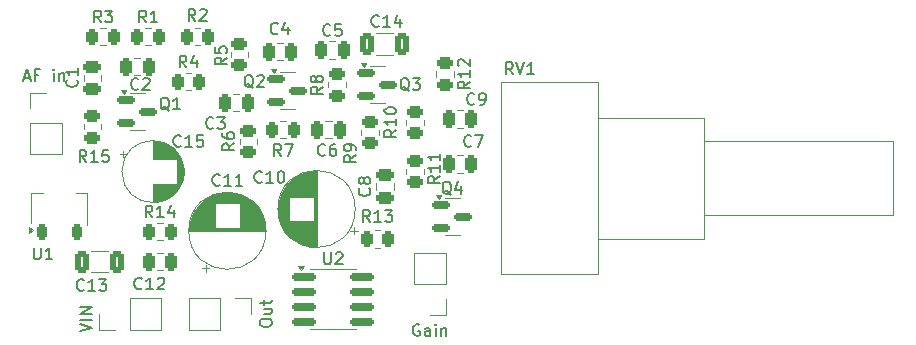
<source format=gto>
G04 #@! TF.GenerationSoftware,KiCad,Pcbnew,9.0.0-9.0.0-2~ubuntu24.04.1*
G04 #@! TF.CreationDate,2025-03-29T11:09:29-07:00*
G04 #@! TF.ProjectId,aud_chain2,6175645f-6368-4616-996e-322e6b696361,rev?*
G04 #@! TF.SameCoordinates,Original*
G04 #@! TF.FileFunction,Legend,Top*
G04 #@! TF.FilePolarity,Positive*
%FSLAX46Y46*%
G04 Gerber Fmt 4.6, Leading zero omitted, Abs format (unit mm)*
G04 Created by KiCad (PCBNEW 9.0.0-9.0.0-2~ubuntu24.04.1) date 2025-03-29 11:09:29*
%MOMM*%
%LPD*%
G01*
G04 APERTURE LIST*
G04 Aperture macros list*
%AMRoundRect*
0 Rectangle with rounded corners*
0 $1 Rounding radius*
0 $2 $3 $4 $5 $6 $7 $8 $9 X,Y pos of 4 corners*
0 Add a 4 corners polygon primitive as box body*
4,1,4,$2,$3,$4,$5,$6,$7,$8,$9,$2,$3,0*
0 Add four circle primitives for the rounded corners*
1,1,$1+$1,$2,$3*
1,1,$1+$1,$4,$5*
1,1,$1+$1,$6,$7*
1,1,$1+$1,$8,$9*
0 Add four rect primitives between the rounded corners*
20,1,$1+$1,$2,$3,$4,$5,0*
20,1,$1+$1,$4,$5,$6,$7,0*
20,1,$1+$1,$6,$7,$8,$9,0*
20,1,$1+$1,$8,$9,$2,$3,0*%
%AMFreePoly0*
4,1,9,3.862500,-0.866500,0.737500,-0.866500,0.737500,-0.450000,-0.737500,-0.450000,-0.737500,0.450000,0.737500,0.450000,0.737500,0.866500,3.862500,0.866500,3.862500,-0.866500,3.862500,-0.866500,$1*%
G04 Aperture macros list end*
%ADD10C,0.150000*%
%ADD11C,0.120000*%
%ADD12RoundRect,0.250000X-0.250000X-0.475000X0.250000X-0.475000X0.250000X0.475000X-0.250000X0.475000X0*%
%ADD13RoundRect,0.150000X-0.587500X-0.150000X0.587500X-0.150000X0.587500X0.150000X-0.587500X0.150000X0*%
%ADD14C,2.200000*%
%ADD15RoundRect,0.250000X0.475000X-0.250000X0.475000X0.250000X-0.475000X0.250000X-0.475000X-0.250000X0*%
%ADD16R,1.600000X1.600000*%
%ADD17C,1.600000*%
%ADD18RoundRect,0.150000X-0.825000X-0.150000X0.825000X-0.150000X0.825000X0.150000X-0.825000X0.150000X0*%
%ADD19RoundRect,0.250000X0.250000X0.475000X-0.250000X0.475000X-0.250000X-0.475000X0.250000X-0.475000X0*%
%ADD20C,2.340000*%
%ADD21RoundRect,0.250000X-0.262500X-0.450000X0.262500X-0.450000X0.262500X0.450000X-0.262500X0.450000X0*%
%ADD22R,1.700000X1.700000*%
%ADD23O,1.700000X1.700000*%
%ADD24RoundRect,0.250000X-0.450000X0.262500X-0.450000X-0.262500X0.450000X-0.262500X0.450000X0.262500X0*%
%ADD25RoundRect,0.250000X-0.325000X-0.650000X0.325000X-0.650000X0.325000X0.650000X-0.325000X0.650000X0*%
%ADD26RoundRect,0.250000X0.450000X-0.262500X0.450000X0.262500X-0.450000X0.262500X-0.450000X-0.262500X0*%
%ADD27RoundRect,0.250000X0.262500X0.450000X-0.262500X0.450000X-0.262500X-0.450000X0.262500X-0.450000X0*%
%ADD28RoundRect,0.225000X0.225000X-0.425000X0.225000X0.425000X-0.225000X0.425000X-0.225000X-0.425000X0*%
%ADD29FreePoly0,90.000000*%
G04 APERTURE END LIST*
D10*
X89241333Y-138789580D02*
X89193714Y-138837200D01*
X89193714Y-138837200D02*
X89050857Y-138884819D01*
X89050857Y-138884819D02*
X88955619Y-138884819D01*
X88955619Y-138884819D02*
X88812762Y-138837200D01*
X88812762Y-138837200D02*
X88717524Y-138741961D01*
X88717524Y-138741961D02*
X88669905Y-138646723D01*
X88669905Y-138646723D02*
X88622286Y-138456247D01*
X88622286Y-138456247D02*
X88622286Y-138313390D01*
X88622286Y-138313390D02*
X88669905Y-138122914D01*
X88669905Y-138122914D02*
X88717524Y-138027676D01*
X88717524Y-138027676D02*
X88812762Y-137932438D01*
X88812762Y-137932438D02*
X88955619Y-137884819D01*
X88955619Y-137884819D02*
X89050857Y-137884819D01*
X89050857Y-137884819D02*
X89193714Y-137932438D01*
X89193714Y-137932438D02*
X89241333Y-137980057D01*
X89574667Y-137884819D02*
X90241333Y-137884819D01*
X90241333Y-137884819D02*
X89812762Y-138884819D01*
X70770761Y-133900057D02*
X70675523Y-133852438D01*
X70675523Y-133852438D02*
X70580285Y-133757200D01*
X70580285Y-133757200D02*
X70437428Y-133614342D01*
X70437428Y-133614342D02*
X70342190Y-133566723D01*
X70342190Y-133566723D02*
X70246952Y-133566723D01*
X70294571Y-133804819D02*
X70199333Y-133757200D01*
X70199333Y-133757200D02*
X70104095Y-133661961D01*
X70104095Y-133661961D02*
X70056476Y-133471485D01*
X70056476Y-133471485D02*
X70056476Y-133138152D01*
X70056476Y-133138152D02*
X70104095Y-132947676D01*
X70104095Y-132947676D02*
X70199333Y-132852438D01*
X70199333Y-132852438D02*
X70294571Y-132804819D01*
X70294571Y-132804819D02*
X70485047Y-132804819D01*
X70485047Y-132804819D02*
X70580285Y-132852438D01*
X70580285Y-132852438D02*
X70675523Y-132947676D01*
X70675523Y-132947676D02*
X70723142Y-133138152D01*
X70723142Y-133138152D02*
X70723142Y-133471485D01*
X70723142Y-133471485D02*
X70675523Y-133661961D01*
X70675523Y-133661961D02*
X70580285Y-133757200D01*
X70580285Y-133757200D02*
X70485047Y-133804819D01*
X70485047Y-133804819D02*
X70294571Y-133804819D01*
X71104095Y-132900057D02*
X71151714Y-132852438D01*
X71151714Y-132852438D02*
X71246952Y-132804819D01*
X71246952Y-132804819D02*
X71485047Y-132804819D01*
X71485047Y-132804819D02*
X71580285Y-132852438D01*
X71580285Y-132852438D02*
X71627904Y-132900057D01*
X71627904Y-132900057D02*
X71675523Y-132995295D01*
X71675523Y-132995295D02*
X71675523Y-133090533D01*
X71675523Y-133090533D02*
X71627904Y-133233390D01*
X71627904Y-133233390D02*
X71056476Y-133804819D01*
X71056476Y-133804819D02*
X71675523Y-133804819D01*
X76856333Y-139551580D02*
X76808714Y-139599200D01*
X76808714Y-139599200D02*
X76665857Y-139646819D01*
X76665857Y-139646819D02*
X76570619Y-139646819D01*
X76570619Y-139646819D02*
X76427762Y-139599200D01*
X76427762Y-139599200D02*
X76332524Y-139503961D01*
X76332524Y-139503961D02*
X76284905Y-139408723D01*
X76284905Y-139408723D02*
X76237286Y-139218247D01*
X76237286Y-139218247D02*
X76237286Y-139075390D01*
X76237286Y-139075390D02*
X76284905Y-138884914D01*
X76284905Y-138884914D02*
X76332524Y-138789676D01*
X76332524Y-138789676D02*
X76427762Y-138694438D01*
X76427762Y-138694438D02*
X76570619Y-138646819D01*
X76570619Y-138646819D02*
X76665857Y-138646819D01*
X76665857Y-138646819D02*
X76808714Y-138694438D01*
X76808714Y-138694438D02*
X76856333Y-138742057D01*
X77713476Y-138646819D02*
X77523000Y-138646819D01*
X77523000Y-138646819D02*
X77427762Y-138694438D01*
X77427762Y-138694438D02*
X77380143Y-138742057D01*
X77380143Y-138742057D02*
X77284905Y-138884914D01*
X77284905Y-138884914D02*
X77237286Y-139075390D01*
X77237286Y-139075390D02*
X77237286Y-139456342D01*
X77237286Y-139456342D02*
X77284905Y-139551580D01*
X77284905Y-139551580D02*
X77332524Y-139599200D01*
X77332524Y-139599200D02*
X77427762Y-139646819D01*
X77427762Y-139646819D02*
X77618238Y-139646819D01*
X77618238Y-139646819D02*
X77713476Y-139599200D01*
X77713476Y-139599200D02*
X77761095Y-139551580D01*
X77761095Y-139551580D02*
X77808714Y-139456342D01*
X77808714Y-139456342D02*
X77808714Y-139218247D01*
X77808714Y-139218247D02*
X77761095Y-139123009D01*
X77761095Y-139123009D02*
X77713476Y-139075390D01*
X77713476Y-139075390D02*
X77618238Y-139027771D01*
X77618238Y-139027771D02*
X77427762Y-139027771D01*
X77427762Y-139027771D02*
X77332524Y-139075390D01*
X77332524Y-139075390D02*
X77284905Y-139123009D01*
X77284905Y-139123009D02*
X77237286Y-139218247D01*
X55829580Y-133196666D02*
X55877200Y-133244285D01*
X55877200Y-133244285D02*
X55924819Y-133387142D01*
X55924819Y-133387142D02*
X55924819Y-133482380D01*
X55924819Y-133482380D02*
X55877200Y-133625237D01*
X55877200Y-133625237D02*
X55781961Y-133720475D01*
X55781961Y-133720475D02*
X55686723Y-133768094D01*
X55686723Y-133768094D02*
X55496247Y-133815713D01*
X55496247Y-133815713D02*
X55353390Y-133815713D01*
X55353390Y-133815713D02*
X55162914Y-133768094D01*
X55162914Y-133768094D02*
X55067676Y-133720475D01*
X55067676Y-133720475D02*
X54972438Y-133625237D01*
X54972438Y-133625237D02*
X54924819Y-133482380D01*
X54924819Y-133482380D02*
X54924819Y-133387142D01*
X54924819Y-133387142D02*
X54972438Y-133244285D01*
X54972438Y-133244285D02*
X55020057Y-133196666D01*
X55924819Y-132244285D02*
X55924819Y-132815713D01*
X55924819Y-132529999D02*
X54924819Y-132529999D01*
X54924819Y-132529999D02*
X55067676Y-132625237D01*
X55067676Y-132625237D02*
X55162914Y-132720475D01*
X55162914Y-132720475D02*
X55210533Y-132815713D01*
X71493142Y-141837580D02*
X71445523Y-141885200D01*
X71445523Y-141885200D02*
X71302666Y-141932819D01*
X71302666Y-141932819D02*
X71207428Y-141932819D01*
X71207428Y-141932819D02*
X71064571Y-141885200D01*
X71064571Y-141885200D02*
X70969333Y-141789961D01*
X70969333Y-141789961D02*
X70921714Y-141694723D01*
X70921714Y-141694723D02*
X70874095Y-141504247D01*
X70874095Y-141504247D02*
X70874095Y-141361390D01*
X70874095Y-141361390D02*
X70921714Y-141170914D01*
X70921714Y-141170914D02*
X70969333Y-141075676D01*
X70969333Y-141075676D02*
X71064571Y-140980438D01*
X71064571Y-140980438D02*
X71207428Y-140932819D01*
X71207428Y-140932819D02*
X71302666Y-140932819D01*
X71302666Y-140932819D02*
X71445523Y-140980438D01*
X71445523Y-140980438D02*
X71493142Y-141028057D01*
X72445523Y-141932819D02*
X71874095Y-141932819D01*
X72159809Y-141932819D02*
X72159809Y-140932819D01*
X72159809Y-140932819D02*
X72064571Y-141075676D01*
X72064571Y-141075676D02*
X71969333Y-141170914D01*
X71969333Y-141170914D02*
X71874095Y-141218533D01*
X73064571Y-140932819D02*
X73159809Y-140932819D01*
X73159809Y-140932819D02*
X73255047Y-140980438D01*
X73255047Y-140980438D02*
X73302666Y-141028057D01*
X73302666Y-141028057D02*
X73350285Y-141123295D01*
X73350285Y-141123295D02*
X73397904Y-141313771D01*
X73397904Y-141313771D02*
X73397904Y-141551866D01*
X73397904Y-141551866D02*
X73350285Y-141742342D01*
X73350285Y-141742342D02*
X73302666Y-141837580D01*
X73302666Y-141837580D02*
X73255047Y-141885200D01*
X73255047Y-141885200D02*
X73159809Y-141932819D01*
X73159809Y-141932819D02*
X73064571Y-141932819D01*
X73064571Y-141932819D02*
X72969333Y-141885200D01*
X72969333Y-141885200D02*
X72921714Y-141837580D01*
X72921714Y-141837580D02*
X72874095Y-141742342D01*
X72874095Y-141742342D02*
X72826476Y-141551866D01*
X72826476Y-141551866D02*
X72826476Y-141313771D01*
X72826476Y-141313771D02*
X72874095Y-141123295D01*
X72874095Y-141123295D02*
X72921714Y-141028057D01*
X72921714Y-141028057D02*
X72969333Y-140980438D01*
X72969333Y-140980438D02*
X73064571Y-140932819D01*
X76773095Y-147819819D02*
X76773095Y-148629342D01*
X76773095Y-148629342D02*
X76820714Y-148724580D01*
X76820714Y-148724580D02*
X76868333Y-148772200D01*
X76868333Y-148772200D02*
X76963571Y-148819819D01*
X76963571Y-148819819D02*
X77154047Y-148819819D01*
X77154047Y-148819819D02*
X77249285Y-148772200D01*
X77249285Y-148772200D02*
X77296904Y-148724580D01*
X77296904Y-148724580D02*
X77344523Y-148629342D01*
X77344523Y-148629342D02*
X77344523Y-147819819D01*
X77773095Y-147915057D02*
X77820714Y-147867438D01*
X77820714Y-147867438D02*
X77915952Y-147819819D01*
X77915952Y-147819819D02*
X78154047Y-147819819D01*
X78154047Y-147819819D02*
X78249285Y-147867438D01*
X78249285Y-147867438D02*
X78296904Y-147915057D01*
X78296904Y-147915057D02*
X78344523Y-148010295D01*
X78344523Y-148010295D02*
X78344523Y-148105533D01*
X78344523Y-148105533D02*
X78296904Y-148248390D01*
X78296904Y-148248390D02*
X77725476Y-148819819D01*
X77725476Y-148819819D02*
X78344523Y-148819819D01*
X72858333Y-129264580D02*
X72810714Y-129312200D01*
X72810714Y-129312200D02*
X72667857Y-129359819D01*
X72667857Y-129359819D02*
X72572619Y-129359819D01*
X72572619Y-129359819D02*
X72429762Y-129312200D01*
X72429762Y-129312200D02*
X72334524Y-129216961D01*
X72334524Y-129216961D02*
X72286905Y-129121723D01*
X72286905Y-129121723D02*
X72239286Y-128931247D01*
X72239286Y-128931247D02*
X72239286Y-128788390D01*
X72239286Y-128788390D02*
X72286905Y-128597914D01*
X72286905Y-128597914D02*
X72334524Y-128502676D01*
X72334524Y-128502676D02*
X72429762Y-128407438D01*
X72429762Y-128407438D02*
X72572619Y-128359819D01*
X72572619Y-128359819D02*
X72667857Y-128359819D01*
X72667857Y-128359819D02*
X72810714Y-128407438D01*
X72810714Y-128407438D02*
X72858333Y-128455057D01*
X73715476Y-128693152D02*
X73715476Y-129359819D01*
X73477381Y-128312200D02*
X73239286Y-129026485D01*
X73239286Y-129026485D02*
X73858333Y-129026485D01*
X80594580Y-142406666D02*
X80642200Y-142454285D01*
X80642200Y-142454285D02*
X80689819Y-142597142D01*
X80689819Y-142597142D02*
X80689819Y-142692380D01*
X80689819Y-142692380D02*
X80642200Y-142835237D01*
X80642200Y-142835237D02*
X80546961Y-142930475D01*
X80546961Y-142930475D02*
X80451723Y-142978094D01*
X80451723Y-142978094D02*
X80261247Y-143025713D01*
X80261247Y-143025713D02*
X80118390Y-143025713D01*
X80118390Y-143025713D02*
X79927914Y-142978094D01*
X79927914Y-142978094D02*
X79832676Y-142930475D01*
X79832676Y-142930475D02*
X79737438Y-142835237D01*
X79737438Y-142835237D02*
X79689819Y-142692380D01*
X79689819Y-142692380D02*
X79689819Y-142597142D01*
X79689819Y-142597142D02*
X79737438Y-142454285D01*
X79737438Y-142454285D02*
X79785057Y-142406666D01*
X80118390Y-141835237D02*
X80070771Y-141930475D01*
X80070771Y-141930475D02*
X80023152Y-141978094D01*
X80023152Y-141978094D02*
X79927914Y-142025713D01*
X79927914Y-142025713D02*
X79880295Y-142025713D01*
X79880295Y-142025713D02*
X79785057Y-141978094D01*
X79785057Y-141978094D02*
X79737438Y-141930475D01*
X79737438Y-141930475D02*
X79689819Y-141835237D01*
X79689819Y-141835237D02*
X79689819Y-141644761D01*
X79689819Y-141644761D02*
X79737438Y-141549523D01*
X79737438Y-141549523D02*
X79785057Y-141501904D01*
X79785057Y-141501904D02*
X79880295Y-141454285D01*
X79880295Y-141454285D02*
X79927914Y-141454285D01*
X79927914Y-141454285D02*
X80023152Y-141501904D01*
X80023152Y-141501904D02*
X80070771Y-141549523D01*
X80070771Y-141549523D02*
X80118390Y-141644761D01*
X80118390Y-141644761D02*
X80118390Y-141835237D01*
X80118390Y-141835237D02*
X80166009Y-141930475D01*
X80166009Y-141930475D02*
X80213628Y-141978094D01*
X80213628Y-141978094D02*
X80308866Y-142025713D01*
X80308866Y-142025713D02*
X80499342Y-142025713D01*
X80499342Y-142025713D02*
X80594580Y-141978094D01*
X80594580Y-141978094D02*
X80642200Y-141930475D01*
X80642200Y-141930475D02*
X80689819Y-141835237D01*
X80689819Y-141835237D02*
X80689819Y-141644761D01*
X80689819Y-141644761D02*
X80642200Y-141549523D01*
X80642200Y-141549523D02*
X80594580Y-141501904D01*
X80594580Y-141501904D02*
X80499342Y-141454285D01*
X80499342Y-141454285D02*
X80308866Y-141454285D01*
X80308866Y-141454285D02*
X80213628Y-141501904D01*
X80213628Y-141501904D02*
X80166009Y-141549523D01*
X80166009Y-141549523D02*
X80118390Y-141644761D01*
X92749761Y-132729819D02*
X92416428Y-132253628D01*
X92178333Y-132729819D02*
X92178333Y-131729819D01*
X92178333Y-131729819D02*
X92559285Y-131729819D01*
X92559285Y-131729819D02*
X92654523Y-131777438D01*
X92654523Y-131777438D02*
X92702142Y-131825057D01*
X92702142Y-131825057D02*
X92749761Y-131920295D01*
X92749761Y-131920295D02*
X92749761Y-132063152D01*
X92749761Y-132063152D02*
X92702142Y-132158390D01*
X92702142Y-132158390D02*
X92654523Y-132206009D01*
X92654523Y-132206009D02*
X92559285Y-132253628D01*
X92559285Y-132253628D02*
X92178333Y-132253628D01*
X93035476Y-131729819D02*
X93368809Y-132729819D01*
X93368809Y-132729819D02*
X93702142Y-131729819D01*
X94559285Y-132729819D02*
X93987857Y-132729819D01*
X94273571Y-132729819D02*
X94273571Y-131729819D01*
X94273571Y-131729819D02*
X94178333Y-131872676D01*
X94178333Y-131872676D02*
X94083095Y-131967914D01*
X94083095Y-131967914D02*
X93987857Y-132015533D01*
X67397333Y-137265580D02*
X67349714Y-137313200D01*
X67349714Y-137313200D02*
X67206857Y-137360819D01*
X67206857Y-137360819D02*
X67111619Y-137360819D01*
X67111619Y-137360819D02*
X66968762Y-137313200D01*
X66968762Y-137313200D02*
X66873524Y-137217961D01*
X66873524Y-137217961D02*
X66825905Y-137122723D01*
X66825905Y-137122723D02*
X66778286Y-136932247D01*
X66778286Y-136932247D02*
X66778286Y-136789390D01*
X66778286Y-136789390D02*
X66825905Y-136598914D01*
X66825905Y-136598914D02*
X66873524Y-136503676D01*
X66873524Y-136503676D02*
X66968762Y-136408438D01*
X66968762Y-136408438D02*
X67111619Y-136360819D01*
X67111619Y-136360819D02*
X67206857Y-136360819D01*
X67206857Y-136360819D02*
X67349714Y-136408438D01*
X67349714Y-136408438D02*
X67397333Y-136456057D01*
X67730667Y-136360819D02*
X68349714Y-136360819D01*
X68349714Y-136360819D02*
X68016381Y-136741771D01*
X68016381Y-136741771D02*
X68159238Y-136741771D01*
X68159238Y-136741771D02*
X68254476Y-136789390D01*
X68254476Y-136789390D02*
X68302095Y-136837009D01*
X68302095Y-136837009D02*
X68349714Y-136932247D01*
X68349714Y-136932247D02*
X68349714Y-137170342D01*
X68349714Y-137170342D02*
X68302095Y-137265580D01*
X68302095Y-137265580D02*
X68254476Y-137313200D01*
X68254476Y-137313200D02*
X68159238Y-137360819D01*
X68159238Y-137360819D02*
X67873524Y-137360819D01*
X67873524Y-137360819D02*
X67778286Y-137313200D01*
X67778286Y-137313200D02*
X67730667Y-137265580D01*
X61333142Y-150854580D02*
X61285523Y-150902200D01*
X61285523Y-150902200D02*
X61142666Y-150949819D01*
X61142666Y-150949819D02*
X61047428Y-150949819D01*
X61047428Y-150949819D02*
X60904571Y-150902200D01*
X60904571Y-150902200D02*
X60809333Y-150806961D01*
X60809333Y-150806961D02*
X60761714Y-150711723D01*
X60761714Y-150711723D02*
X60714095Y-150521247D01*
X60714095Y-150521247D02*
X60714095Y-150378390D01*
X60714095Y-150378390D02*
X60761714Y-150187914D01*
X60761714Y-150187914D02*
X60809333Y-150092676D01*
X60809333Y-150092676D02*
X60904571Y-149997438D01*
X60904571Y-149997438D02*
X61047428Y-149949819D01*
X61047428Y-149949819D02*
X61142666Y-149949819D01*
X61142666Y-149949819D02*
X61285523Y-149997438D01*
X61285523Y-149997438D02*
X61333142Y-150045057D01*
X62285523Y-150949819D02*
X61714095Y-150949819D01*
X61999809Y-150949819D02*
X61999809Y-149949819D01*
X61999809Y-149949819D02*
X61904571Y-150092676D01*
X61904571Y-150092676D02*
X61809333Y-150187914D01*
X61809333Y-150187914D02*
X61714095Y-150235533D01*
X62666476Y-150045057D02*
X62714095Y-149997438D01*
X62714095Y-149997438D02*
X62809333Y-149949819D01*
X62809333Y-149949819D02*
X63047428Y-149949819D01*
X63047428Y-149949819D02*
X63142666Y-149997438D01*
X63142666Y-149997438D02*
X63190285Y-150045057D01*
X63190285Y-150045057D02*
X63237904Y-150140295D01*
X63237904Y-150140295D02*
X63237904Y-150235533D01*
X63237904Y-150235533D02*
X63190285Y-150378390D01*
X63190285Y-150378390D02*
X62618857Y-150949819D01*
X62618857Y-150949819D02*
X63237904Y-150949819D01*
X83978761Y-134154057D02*
X83883523Y-134106438D01*
X83883523Y-134106438D02*
X83788285Y-134011200D01*
X83788285Y-134011200D02*
X83645428Y-133868342D01*
X83645428Y-133868342D02*
X83550190Y-133820723D01*
X83550190Y-133820723D02*
X83454952Y-133820723D01*
X83502571Y-134058819D02*
X83407333Y-134011200D01*
X83407333Y-134011200D02*
X83312095Y-133915961D01*
X83312095Y-133915961D02*
X83264476Y-133725485D01*
X83264476Y-133725485D02*
X83264476Y-133392152D01*
X83264476Y-133392152D02*
X83312095Y-133201676D01*
X83312095Y-133201676D02*
X83407333Y-133106438D01*
X83407333Y-133106438D02*
X83502571Y-133058819D01*
X83502571Y-133058819D02*
X83693047Y-133058819D01*
X83693047Y-133058819D02*
X83788285Y-133106438D01*
X83788285Y-133106438D02*
X83883523Y-133201676D01*
X83883523Y-133201676D02*
X83931142Y-133392152D01*
X83931142Y-133392152D02*
X83931142Y-133725485D01*
X83931142Y-133725485D02*
X83883523Y-133915961D01*
X83883523Y-133915961D02*
X83788285Y-134011200D01*
X83788285Y-134011200D02*
X83693047Y-134058819D01*
X83693047Y-134058819D02*
X83502571Y-134058819D01*
X84264476Y-133058819D02*
X84883523Y-133058819D01*
X84883523Y-133058819D02*
X84550190Y-133439771D01*
X84550190Y-133439771D02*
X84693047Y-133439771D01*
X84693047Y-133439771D02*
X84788285Y-133487390D01*
X84788285Y-133487390D02*
X84835904Y-133535009D01*
X84835904Y-133535009D02*
X84883523Y-133630247D01*
X84883523Y-133630247D02*
X84883523Y-133868342D01*
X84883523Y-133868342D02*
X84835904Y-133963580D01*
X84835904Y-133963580D02*
X84788285Y-134011200D01*
X84788285Y-134011200D02*
X84693047Y-134058819D01*
X84693047Y-134058819D02*
X84407333Y-134058819D01*
X84407333Y-134058819D02*
X84312095Y-134011200D01*
X84312095Y-134011200D02*
X84264476Y-133963580D01*
X61047333Y-133963580D02*
X60999714Y-134011200D01*
X60999714Y-134011200D02*
X60856857Y-134058819D01*
X60856857Y-134058819D02*
X60761619Y-134058819D01*
X60761619Y-134058819D02*
X60618762Y-134011200D01*
X60618762Y-134011200D02*
X60523524Y-133915961D01*
X60523524Y-133915961D02*
X60475905Y-133820723D01*
X60475905Y-133820723D02*
X60428286Y-133630247D01*
X60428286Y-133630247D02*
X60428286Y-133487390D01*
X60428286Y-133487390D02*
X60475905Y-133296914D01*
X60475905Y-133296914D02*
X60523524Y-133201676D01*
X60523524Y-133201676D02*
X60618762Y-133106438D01*
X60618762Y-133106438D02*
X60761619Y-133058819D01*
X60761619Y-133058819D02*
X60856857Y-133058819D01*
X60856857Y-133058819D02*
X60999714Y-133106438D01*
X60999714Y-133106438D02*
X61047333Y-133154057D01*
X61428286Y-133154057D02*
X61475905Y-133106438D01*
X61475905Y-133106438D02*
X61571143Y-133058819D01*
X61571143Y-133058819D02*
X61809238Y-133058819D01*
X61809238Y-133058819D02*
X61904476Y-133106438D01*
X61904476Y-133106438D02*
X61952095Y-133154057D01*
X61952095Y-133154057D02*
X61999714Y-133249295D01*
X61999714Y-133249295D02*
X61999714Y-133344533D01*
X61999714Y-133344533D02*
X61952095Y-133487390D01*
X61952095Y-133487390D02*
X61380667Y-134058819D01*
X61380667Y-134058819D02*
X61999714Y-134058819D01*
X73135833Y-139646819D02*
X72802500Y-139170628D01*
X72564405Y-139646819D02*
X72564405Y-138646819D01*
X72564405Y-138646819D02*
X72945357Y-138646819D01*
X72945357Y-138646819D02*
X73040595Y-138694438D01*
X73040595Y-138694438D02*
X73088214Y-138742057D01*
X73088214Y-138742057D02*
X73135833Y-138837295D01*
X73135833Y-138837295D02*
X73135833Y-138980152D01*
X73135833Y-138980152D02*
X73088214Y-139075390D01*
X73088214Y-139075390D02*
X73040595Y-139123009D01*
X73040595Y-139123009D02*
X72945357Y-139170628D01*
X72945357Y-139170628D02*
X72564405Y-139170628D01*
X73469167Y-138646819D02*
X74135833Y-138646819D01*
X74135833Y-138646819D02*
X73707262Y-139646819D01*
X84844047Y-153934438D02*
X84748809Y-153886819D01*
X84748809Y-153886819D02*
X84605952Y-153886819D01*
X84605952Y-153886819D02*
X84463095Y-153934438D01*
X84463095Y-153934438D02*
X84367857Y-154029676D01*
X84367857Y-154029676D02*
X84320238Y-154124914D01*
X84320238Y-154124914D02*
X84272619Y-154315390D01*
X84272619Y-154315390D02*
X84272619Y-154458247D01*
X84272619Y-154458247D02*
X84320238Y-154648723D01*
X84320238Y-154648723D02*
X84367857Y-154743961D01*
X84367857Y-154743961D02*
X84463095Y-154839200D01*
X84463095Y-154839200D02*
X84605952Y-154886819D01*
X84605952Y-154886819D02*
X84701190Y-154886819D01*
X84701190Y-154886819D02*
X84844047Y-154839200D01*
X84844047Y-154839200D02*
X84891666Y-154791580D01*
X84891666Y-154791580D02*
X84891666Y-154458247D01*
X84891666Y-154458247D02*
X84701190Y-154458247D01*
X85748809Y-154886819D02*
X85748809Y-154363009D01*
X85748809Y-154363009D02*
X85701190Y-154267771D01*
X85701190Y-154267771D02*
X85605952Y-154220152D01*
X85605952Y-154220152D02*
X85415476Y-154220152D01*
X85415476Y-154220152D02*
X85320238Y-154267771D01*
X85748809Y-154839200D02*
X85653571Y-154886819D01*
X85653571Y-154886819D02*
X85415476Y-154886819D01*
X85415476Y-154886819D02*
X85320238Y-154839200D01*
X85320238Y-154839200D02*
X85272619Y-154743961D01*
X85272619Y-154743961D02*
X85272619Y-154648723D01*
X85272619Y-154648723D02*
X85320238Y-154553485D01*
X85320238Y-154553485D02*
X85415476Y-154505866D01*
X85415476Y-154505866D02*
X85653571Y-154505866D01*
X85653571Y-154505866D02*
X85748809Y-154458247D01*
X86225000Y-154886819D02*
X86225000Y-154220152D01*
X86225000Y-153886819D02*
X86177381Y-153934438D01*
X86177381Y-153934438D02*
X86225000Y-153982057D01*
X86225000Y-153982057D02*
X86272619Y-153934438D01*
X86272619Y-153934438D02*
X86225000Y-153886819D01*
X86225000Y-153886819D02*
X86225000Y-153982057D01*
X86701190Y-154220152D02*
X86701190Y-154886819D01*
X86701190Y-154315390D02*
X86748809Y-154267771D01*
X86748809Y-154267771D02*
X86844047Y-154220152D01*
X86844047Y-154220152D02*
X86986904Y-154220152D01*
X86986904Y-154220152D02*
X87082142Y-154267771D01*
X87082142Y-154267771D02*
X87129761Y-154363009D01*
X87129761Y-154363009D02*
X87129761Y-154886819D01*
X82877819Y-137445357D02*
X82401628Y-137778690D01*
X82877819Y-138016785D02*
X81877819Y-138016785D01*
X81877819Y-138016785D02*
X81877819Y-137635833D01*
X81877819Y-137635833D02*
X81925438Y-137540595D01*
X81925438Y-137540595D02*
X81973057Y-137492976D01*
X81973057Y-137492976D02*
X82068295Y-137445357D01*
X82068295Y-137445357D02*
X82211152Y-137445357D01*
X82211152Y-137445357D02*
X82306390Y-137492976D01*
X82306390Y-137492976D02*
X82354009Y-137540595D01*
X82354009Y-137540595D02*
X82401628Y-137635833D01*
X82401628Y-137635833D02*
X82401628Y-138016785D01*
X82877819Y-136492976D02*
X82877819Y-137064404D01*
X82877819Y-136778690D02*
X81877819Y-136778690D01*
X81877819Y-136778690D02*
X82020676Y-136873928D01*
X82020676Y-136873928D02*
X82115914Y-136969166D01*
X82115914Y-136969166D02*
X82163533Y-137064404D01*
X81877819Y-135873928D02*
X81877819Y-135778690D01*
X81877819Y-135778690D02*
X81925438Y-135683452D01*
X81925438Y-135683452D02*
X81973057Y-135635833D01*
X81973057Y-135635833D02*
X82068295Y-135588214D01*
X82068295Y-135588214D02*
X82258771Y-135540595D01*
X82258771Y-135540595D02*
X82496866Y-135540595D01*
X82496866Y-135540595D02*
X82687342Y-135588214D01*
X82687342Y-135588214D02*
X82782580Y-135635833D01*
X82782580Y-135635833D02*
X82830200Y-135683452D01*
X82830200Y-135683452D02*
X82877819Y-135778690D01*
X82877819Y-135778690D02*
X82877819Y-135873928D01*
X82877819Y-135873928D02*
X82830200Y-135969166D01*
X82830200Y-135969166D02*
X82782580Y-136016785D01*
X82782580Y-136016785D02*
X82687342Y-136064404D01*
X82687342Y-136064404D02*
X82496866Y-136112023D01*
X82496866Y-136112023D02*
X82258771Y-136112023D01*
X82258771Y-136112023D02*
X82068295Y-136064404D01*
X82068295Y-136064404D02*
X81973057Y-136016785D01*
X81973057Y-136016785D02*
X81925438Y-135969166D01*
X81925438Y-135969166D02*
X81877819Y-135873928D01*
X86559819Y-141358857D02*
X86083628Y-141692190D01*
X86559819Y-141930285D02*
X85559819Y-141930285D01*
X85559819Y-141930285D02*
X85559819Y-141549333D01*
X85559819Y-141549333D02*
X85607438Y-141454095D01*
X85607438Y-141454095D02*
X85655057Y-141406476D01*
X85655057Y-141406476D02*
X85750295Y-141358857D01*
X85750295Y-141358857D02*
X85893152Y-141358857D01*
X85893152Y-141358857D02*
X85988390Y-141406476D01*
X85988390Y-141406476D02*
X86036009Y-141454095D01*
X86036009Y-141454095D02*
X86083628Y-141549333D01*
X86083628Y-141549333D02*
X86083628Y-141930285D01*
X86559819Y-140406476D02*
X86559819Y-140977904D01*
X86559819Y-140692190D02*
X85559819Y-140692190D01*
X85559819Y-140692190D02*
X85702676Y-140787428D01*
X85702676Y-140787428D02*
X85797914Y-140882666D01*
X85797914Y-140882666D02*
X85845533Y-140977904D01*
X86559819Y-139454095D02*
X86559819Y-140025523D01*
X86559819Y-139739809D02*
X85559819Y-139739809D01*
X85559819Y-139739809D02*
X85702676Y-139835047D01*
X85702676Y-139835047D02*
X85797914Y-139930285D01*
X85797914Y-139930285D02*
X85845533Y-140025523D01*
X56430890Y-150981580D02*
X56383271Y-151029200D01*
X56383271Y-151029200D02*
X56240414Y-151076819D01*
X56240414Y-151076819D02*
X56145176Y-151076819D01*
X56145176Y-151076819D02*
X56002319Y-151029200D01*
X56002319Y-151029200D02*
X55907081Y-150933961D01*
X55907081Y-150933961D02*
X55859462Y-150838723D01*
X55859462Y-150838723D02*
X55811843Y-150648247D01*
X55811843Y-150648247D02*
X55811843Y-150505390D01*
X55811843Y-150505390D02*
X55859462Y-150314914D01*
X55859462Y-150314914D02*
X55907081Y-150219676D01*
X55907081Y-150219676D02*
X56002319Y-150124438D01*
X56002319Y-150124438D02*
X56145176Y-150076819D01*
X56145176Y-150076819D02*
X56240414Y-150076819D01*
X56240414Y-150076819D02*
X56383271Y-150124438D01*
X56383271Y-150124438D02*
X56430890Y-150172057D01*
X57383271Y-151076819D02*
X56811843Y-151076819D01*
X57097557Y-151076819D02*
X57097557Y-150076819D01*
X57097557Y-150076819D02*
X57002319Y-150219676D01*
X57002319Y-150219676D02*
X56907081Y-150314914D01*
X56907081Y-150314914D02*
X56811843Y-150362533D01*
X57716605Y-150076819D02*
X58335652Y-150076819D01*
X58335652Y-150076819D02*
X58002319Y-150457771D01*
X58002319Y-150457771D02*
X58145176Y-150457771D01*
X58145176Y-150457771D02*
X58240414Y-150505390D01*
X58240414Y-150505390D02*
X58288033Y-150553009D01*
X58288033Y-150553009D02*
X58335652Y-150648247D01*
X58335652Y-150648247D02*
X58335652Y-150886342D01*
X58335652Y-150886342D02*
X58288033Y-150981580D01*
X58288033Y-150981580D02*
X58240414Y-151029200D01*
X58240414Y-151029200D02*
X58145176Y-151076819D01*
X58145176Y-151076819D02*
X57859462Y-151076819D01*
X57859462Y-151076819D02*
X57764224Y-151029200D01*
X57764224Y-151029200D02*
X57716605Y-150981580D01*
X57895833Y-128344819D02*
X57562500Y-127868628D01*
X57324405Y-128344819D02*
X57324405Y-127344819D01*
X57324405Y-127344819D02*
X57705357Y-127344819D01*
X57705357Y-127344819D02*
X57800595Y-127392438D01*
X57800595Y-127392438D02*
X57848214Y-127440057D01*
X57848214Y-127440057D02*
X57895833Y-127535295D01*
X57895833Y-127535295D02*
X57895833Y-127678152D01*
X57895833Y-127678152D02*
X57848214Y-127773390D01*
X57848214Y-127773390D02*
X57800595Y-127821009D01*
X57800595Y-127821009D02*
X57705357Y-127868628D01*
X57705357Y-127868628D02*
X57324405Y-127868628D01*
X58229167Y-127344819D02*
X58848214Y-127344819D01*
X58848214Y-127344819D02*
X58514881Y-127725771D01*
X58514881Y-127725771D02*
X58657738Y-127725771D01*
X58657738Y-127725771D02*
X58752976Y-127773390D01*
X58752976Y-127773390D02*
X58800595Y-127821009D01*
X58800595Y-127821009D02*
X58848214Y-127916247D01*
X58848214Y-127916247D02*
X58848214Y-128154342D01*
X58848214Y-128154342D02*
X58800595Y-128249580D01*
X58800595Y-128249580D02*
X58752976Y-128297200D01*
X58752976Y-128297200D02*
X58657738Y-128344819D01*
X58657738Y-128344819D02*
X58372024Y-128344819D01*
X58372024Y-128344819D02*
X58276786Y-128297200D01*
X58276786Y-128297200D02*
X58229167Y-128249580D01*
X63658761Y-135805057D02*
X63563523Y-135757438D01*
X63563523Y-135757438D02*
X63468285Y-135662200D01*
X63468285Y-135662200D02*
X63325428Y-135519342D01*
X63325428Y-135519342D02*
X63230190Y-135471723D01*
X63230190Y-135471723D02*
X63134952Y-135471723D01*
X63182571Y-135709819D02*
X63087333Y-135662200D01*
X63087333Y-135662200D02*
X62992095Y-135566961D01*
X62992095Y-135566961D02*
X62944476Y-135376485D01*
X62944476Y-135376485D02*
X62944476Y-135043152D01*
X62944476Y-135043152D02*
X62992095Y-134852676D01*
X62992095Y-134852676D02*
X63087333Y-134757438D01*
X63087333Y-134757438D02*
X63182571Y-134709819D01*
X63182571Y-134709819D02*
X63373047Y-134709819D01*
X63373047Y-134709819D02*
X63468285Y-134757438D01*
X63468285Y-134757438D02*
X63563523Y-134852676D01*
X63563523Y-134852676D02*
X63611142Y-135043152D01*
X63611142Y-135043152D02*
X63611142Y-135376485D01*
X63611142Y-135376485D02*
X63563523Y-135566961D01*
X63563523Y-135566961D02*
X63468285Y-135662200D01*
X63468285Y-135662200D02*
X63373047Y-135709819D01*
X63373047Y-135709819D02*
X63182571Y-135709819D01*
X64563523Y-135709819D02*
X63992095Y-135709819D01*
X64277809Y-135709819D02*
X64277809Y-134709819D01*
X64277809Y-134709819D02*
X64182571Y-134852676D01*
X64182571Y-134852676D02*
X64087333Y-134947914D01*
X64087333Y-134947914D02*
X63992095Y-134995533D01*
X81399142Y-128629580D02*
X81351523Y-128677200D01*
X81351523Y-128677200D02*
X81208666Y-128724819D01*
X81208666Y-128724819D02*
X81113428Y-128724819D01*
X81113428Y-128724819D02*
X80970571Y-128677200D01*
X80970571Y-128677200D02*
X80875333Y-128581961D01*
X80875333Y-128581961D02*
X80827714Y-128486723D01*
X80827714Y-128486723D02*
X80780095Y-128296247D01*
X80780095Y-128296247D02*
X80780095Y-128153390D01*
X80780095Y-128153390D02*
X80827714Y-127962914D01*
X80827714Y-127962914D02*
X80875333Y-127867676D01*
X80875333Y-127867676D02*
X80970571Y-127772438D01*
X80970571Y-127772438D02*
X81113428Y-127724819D01*
X81113428Y-127724819D02*
X81208666Y-127724819D01*
X81208666Y-127724819D02*
X81351523Y-127772438D01*
X81351523Y-127772438D02*
X81399142Y-127820057D01*
X82351523Y-128724819D02*
X81780095Y-128724819D01*
X82065809Y-128724819D02*
X82065809Y-127724819D01*
X82065809Y-127724819D02*
X81970571Y-127867676D01*
X81970571Y-127867676D02*
X81875333Y-127962914D01*
X81875333Y-127962914D02*
X81780095Y-128010533D01*
X83208666Y-128058152D02*
X83208666Y-128724819D01*
X82970571Y-127677200D02*
X82732476Y-128391485D01*
X82732476Y-128391485D02*
X83351523Y-128391485D01*
X69162819Y-138596666D02*
X68686628Y-138929999D01*
X69162819Y-139168094D02*
X68162819Y-139168094D01*
X68162819Y-139168094D02*
X68162819Y-138787142D01*
X68162819Y-138787142D02*
X68210438Y-138691904D01*
X68210438Y-138691904D02*
X68258057Y-138644285D01*
X68258057Y-138644285D02*
X68353295Y-138596666D01*
X68353295Y-138596666D02*
X68496152Y-138596666D01*
X68496152Y-138596666D02*
X68591390Y-138644285D01*
X68591390Y-138644285D02*
X68639009Y-138691904D01*
X68639009Y-138691904D02*
X68686628Y-138787142D01*
X68686628Y-138787142D02*
X68686628Y-139168094D01*
X68162819Y-137739523D02*
X68162819Y-137929999D01*
X68162819Y-137929999D02*
X68210438Y-138025237D01*
X68210438Y-138025237D02*
X68258057Y-138072856D01*
X68258057Y-138072856D02*
X68400914Y-138168094D01*
X68400914Y-138168094D02*
X68591390Y-138215713D01*
X68591390Y-138215713D02*
X68972342Y-138215713D01*
X68972342Y-138215713D02*
X69067580Y-138168094D01*
X69067580Y-138168094D02*
X69115200Y-138120475D01*
X69115200Y-138120475D02*
X69162819Y-138025237D01*
X69162819Y-138025237D02*
X69162819Y-137834761D01*
X69162819Y-137834761D02*
X69115200Y-137739523D01*
X69115200Y-137739523D02*
X69067580Y-137691904D01*
X69067580Y-137691904D02*
X68972342Y-137644285D01*
X68972342Y-137644285D02*
X68734247Y-137644285D01*
X68734247Y-137644285D02*
X68639009Y-137691904D01*
X68639009Y-137691904D02*
X68591390Y-137739523D01*
X68591390Y-137739523D02*
X68543771Y-137834761D01*
X68543771Y-137834761D02*
X68543771Y-138025237D01*
X68543771Y-138025237D02*
X68591390Y-138120475D01*
X68591390Y-138120475D02*
X68639009Y-138168094D01*
X68639009Y-138168094D02*
X68734247Y-138215713D01*
X89495333Y-135233580D02*
X89447714Y-135281200D01*
X89447714Y-135281200D02*
X89304857Y-135328819D01*
X89304857Y-135328819D02*
X89209619Y-135328819D01*
X89209619Y-135328819D02*
X89066762Y-135281200D01*
X89066762Y-135281200D02*
X88971524Y-135185961D01*
X88971524Y-135185961D02*
X88923905Y-135090723D01*
X88923905Y-135090723D02*
X88876286Y-134900247D01*
X88876286Y-134900247D02*
X88876286Y-134757390D01*
X88876286Y-134757390D02*
X88923905Y-134566914D01*
X88923905Y-134566914D02*
X88971524Y-134471676D01*
X88971524Y-134471676D02*
X89066762Y-134376438D01*
X89066762Y-134376438D02*
X89209619Y-134328819D01*
X89209619Y-134328819D02*
X89304857Y-134328819D01*
X89304857Y-134328819D02*
X89447714Y-134376438D01*
X89447714Y-134376438D02*
X89495333Y-134424057D01*
X89971524Y-135328819D02*
X90162000Y-135328819D01*
X90162000Y-135328819D02*
X90257238Y-135281200D01*
X90257238Y-135281200D02*
X90304857Y-135233580D01*
X90304857Y-135233580D02*
X90400095Y-135090723D01*
X90400095Y-135090723D02*
X90447714Y-134900247D01*
X90447714Y-134900247D02*
X90447714Y-134519295D01*
X90447714Y-134519295D02*
X90400095Y-134424057D01*
X90400095Y-134424057D02*
X90352476Y-134376438D01*
X90352476Y-134376438D02*
X90257238Y-134328819D01*
X90257238Y-134328819D02*
X90066762Y-134328819D01*
X90066762Y-134328819D02*
X89971524Y-134376438D01*
X89971524Y-134376438D02*
X89923905Y-134424057D01*
X89923905Y-134424057D02*
X89876286Y-134519295D01*
X89876286Y-134519295D02*
X89876286Y-134757390D01*
X89876286Y-134757390D02*
X89923905Y-134852628D01*
X89923905Y-134852628D02*
X89971524Y-134900247D01*
X89971524Y-134900247D02*
X90066762Y-134947866D01*
X90066762Y-134947866D02*
X90257238Y-134947866D01*
X90257238Y-134947866D02*
X90352476Y-134900247D01*
X90352476Y-134900247D02*
X90400095Y-134852628D01*
X90400095Y-134852628D02*
X90447714Y-134757390D01*
X56634142Y-140154819D02*
X56300809Y-139678628D01*
X56062714Y-140154819D02*
X56062714Y-139154819D01*
X56062714Y-139154819D02*
X56443666Y-139154819D01*
X56443666Y-139154819D02*
X56538904Y-139202438D01*
X56538904Y-139202438D02*
X56586523Y-139250057D01*
X56586523Y-139250057D02*
X56634142Y-139345295D01*
X56634142Y-139345295D02*
X56634142Y-139488152D01*
X56634142Y-139488152D02*
X56586523Y-139583390D01*
X56586523Y-139583390D02*
X56538904Y-139631009D01*
X56538904Y-139631009D02*
X56443666Y-139678628D01*
X56443666Y-139678628D02*
X56062714Y-139678628D01*
X57586523Y-140154819D02*
X57015095Y-140154819D01*
X57300809Y-140154819D02*
X57300809Y-139154819D01*
X57300809Y-139154819D02*
X57205571Y-139297676D01*
X57205571Y-139297676D02*
X57110333Y-139392914D01*
X57110333Y-139392914D02*
X57015095Y-139440533D01*
X58491285Y-139154819D02*
X58015095Y-139154819D01*
X58015095Y-139154819D02*
X57967476Y-139631009D01*
X57967476Y-139631009D02*
X58015095Y-139583390D01*
X58015095Y-139583390D02*
X58110333Y-139535771D01*
X58110333Y-139535771D02*
X58348428Y-139535771D01*
X58348428Y-139535771D02*
X58443666Y-139583390D01*
X58443666Y-139583390D02*
X58491285Y-139631009D01*
X58491285Y-139631009D02*
X58538904Y-139726247D01*
X58538904Y-139726247D02*
X58538904Y-139964342D01*
X58538904Y-139964342D02*
X58491285Y-140059580D01*
X58491285Y-140059580D02*
X58443666Y-140107200D01*
X58443666Y-140107200D02*
X58348428Y-140154819D01*
X58348428Y-140154819D02*
X58110333Y-140154819D01*
X58110333Y-140154819D02*
X58015095Y-140107200D01*
X58015095Y-140107200D02*
X57967476Y-140059580D01*
X77303333Y-129391580D02*
X77255714Y-129439200D01*
X77255714Y-129439200D02*
X77112857Y-129486819D01*
X77112857Y-129486819D02*
X77017619Y-129486819D01*
X77017619Y-129486819D02*
X76874762Y-129439200D01*
X76874762Y-129439200D02*
X76779524Y-129343961D01*
X76779524Y-129343961D02*
X76731905Y-129248723D01*
X76731905Y-129248723D02*
X76684286Y-129058247D01*
X76684286Y-129058247D02*
X76684286Y-128915390D01*
X76684286Y-128915390D02*
X76731905Y-128724914D01*
X76731905Y-128724914D02*
X76779524Y-128629676D01*
X76779524Y-128629676D02*
X76874762Y-128534438D01*
X76874762Y-128534438D02*
X77017619Y-128486819D01*
X77017619Y-128486819D02*
X77112857Y-128486819D01*
X77112857Y-128486819D02*
X77255714Y-128534438D01*
X77255714Y-128534438D02*
X77303333Y-128582057D01*
X78208095Y-128486819D02*
X77731905Y-128486819D01*
X77731905Y-128486819D02*
X77684286Y-128963009D01*
X77684286Y-128963009D02*
X77731905Y-128915390D01*
X77731905Y-128915390D02*
X77827143Y-128867771D01*
X77827143Y-128867771D02*
X78065238Y-128867771D01*
X78065238Y-128867771D02*
X78160476Y-128915390D01*
X78160476Y-128915390D02*
X78208095Y-128963009D01*
X78208095Y-128963009D02*
X78255714Y-129058247D01*
X78255714Y-129058247D02*
X78255714Y-129296342D01*
X78255714Y-129296342D02*
X78208095Y-129391580D01*
X78208095Y-129391580D02*
X78160476Y-129439200D01*
X78160476Y-129439200D02*
X78065238Y-129486819D01*
X78065238Y-129486819D02*
X77827143Y-129486819D01*
X77827143Y-129486819D02*
X77731905Y-129439200D01*
X77731905Y-129439200D02*
X77684286Y-129391580D01*
X62222142Y-144854819D02*
X61888809Y-144378628D01*
X61650714Y-144854819D02*
X61650714Y-143854819D01*
X61650714Y-143854819D02*
X62031666Y-143854819D01*
X62031666Y-143854819D02*
X62126904Y-143902438D01*
X62126904Y-143902438D02*
X62174523Y-143950057D01*
X62174523Y-143950057D02*
X62222142Y-144045295D01*
X62222142Y-144045295D02*
X62222142Y-144188152D01*
X62222142Y-144188152D02*
X62174523Y-144283390D01*
X62174523Y-144283390D02*
X62126904Y-144331009D01*
X62126904Y-144331009D02*
X62031666Y-144378628D01*
X62031666Y-144378628D02*
X61650714Y-144378628D01*
X63174523Y-144854819D02*
X62603095Y-144854819D01*
X62888809Y-144854819D02*
X62888809Y-143854819D01*
X62888809Y-143854819D02*
X62793571Y-143997676D01*
X62793571Y-143997676D02*
X62698333Y-144092914D01*
X62698333Y-144092914D02*
X62603095Y-144140533D01*
X64031666Y-144188152D02*
X64031666Y-144854819D01*
X63793571Y-143807200D02*
X63555476Y-144521485D01*
X63555476Y-144521485D02*
X64174523Y-144521485D01*
X79448819Y-139612666D02*
X78972628Y-139945999D01*
X79448819Y-140184094D02*
X78448819Y-140184094D01*
X78448819Y-140184094D02*
X78448819Y-139803142D01*
X78448819Y-139803142D02*
X78496438Y-139707904D01*
X78496438Y-139707904D02*
X78544057Y-139660285D01*
X78544057Y-139660285D02*
X78639295Y-139612666D01*
X78639295Y-139612666D02*
X78782152Y-139612666D01*
X78782152Y-139612666D02*
X78877390Y-139660285D01*
X78877390Y-139660285D02*
X78925009Y-139707904D01*
X78925009Y-139707904D02*
X78972628Y-139803142D01*
X78972628Y-139803142D02*
X78972628Y-140184094D01*
X79448819Y-139136475D02*
X79448819Y-138945999D01*
X79448819Y-138945999D02*
X79401200Y-138850761D01*
X79401200Y-138850761D02*
X79353580Y-138803142D01*
X79353580Y-138803142D02*
X79210723Y-138707904D01*
X79210723Y-138707904D02*
X79020247Y-138660285D01*
X79020247Y-138660285D02*
X78639295Y-138660285D01*
X78639295Y-138660285D02*
X78544057Y-138707904D01*
X78544057Y-138707904D02*
X78496438Y-138755523D01*
X78496438Y-138755523D02*
X78448819Y-138850761D01*
X78448819Y-138850761D02*
X78448819Y-139041237D01*
X78448819Y-139041237D02*
X78496438Y-139136475D01*
X78496438Y-139136475D02*
X78544057Y-139184094D01*
X78544057Y-139184094D02*
X78639295Y-139231713D01*
X78639295Y-139231713D02*
X78877390Y-139231713D01*
X78877390Y-139231713D02*
X78972628Y-139184094D01*
X78972628Y-139184094D02*
X79020247Y-139136475D01*
X79020247Y-139136475D02*
X79067866Y-139041237D01*
X79067866Y-139041237D02*
X79067866Y-138850761D01*
X79067866Y-138850761D02*
X79020247Y-138755523D01*
X79020247Y-138755523D02*
X78972628Y-138707904D01*
X78972628Y-138707904D02*
X78877390Y-138660285D01*
X65111333Y-132154819D02*
X64778000Y-131678628D01*
X64539905Y-132154819D02*
X64539905Y-131154819D01*
X64539905Y-131154819D02*
X64920857Y-131154819D01*
X64920857Y-131154819D02*
X65016095Y-131202438D01*
X65016095Y-131202438D02*
X65063714Y-131250057D01*
X65063714Y-131250057D02*
X65111333Y-131345295D01*
X65111333Y-131345295D02*
X65111333Y-131488152D01*
X65111333Y-131488152D02*
X65063714Y-131583390D01*
X65063714Y-131583390D02*
X65016095Y-131631009D01*
X65016095Y-131631009D02*
X64920857Y-131678628D01*
X64920857Y-131678628D02*
X64539905Y-131678628D01*
X65968476Y-131488152D02*
X65968476Y-132154819D01*
X65730381Y-131107200D02*
X65492286Y-131821485D01*
X65492286Y-131821485D02*
X66111333Y-131821485D01*
X65873333Y-128216819D02*
X65540000Y-127740628D01*
X65301905Y-128216819D02*
X65301905Y-127216819D01*
X65301905Y-127216819D02*
X65682857Y-127216819D01*
X65682857Y-127216819D02*
X65778095Y-127264438D01*
X65778095Y-127264438D02*
X65825714Y-127312057D01*
X65825714Y-127312057D02*
X65873333Y-127407295D01*
X65873333Y-127407295D02*
X65873333Y-127550152D01*
X65873333Y-127550152D02*
X65825714Y-127645390D01*
X65825714Y-127645390D02*
X65778095Y-127693009D01*
X65778095Y-127693009D02*
X65682857Y-127740628D01*
X65682857Y-127740628D02*
X65301905Y-127740628D01*
X66254286Y-127312057D02*
X66301905Y-127264438D01*
X66301905Y-127264438D02*
X66397143Y-127216819D01*
X66397143Y-127216819D02*
X66635238Y-127216819D01*
X66635238Y-127216819D02*
X66730476Y-127264438D01*
X66730476Y-127264438D02*
X66778095Y-127312057D01*
X66778095Y-127312057D02*
X66825714Y-127407295D01*
X66825714Y-127407295D02*
X66825714Y-127502533D01*
X66825714Y-127502533D02*
X66778095Y-127645390D01*
X66778095Y-127645390D02*
X66206667Y-128216819D01*
X66206667Y-128216819D02*
X66825714Y-128216819D01*
X89099819Y-133357857D02*
X88623628Y-133691190D01*
X89099819Y-133929285D02*
X88099819Y-133929285D01*
X88099819Y-133929285D02*
X88099819Y-133548333D01*
X88099819Y-133548333D02*
X88147438Y-133453095D01*
X88147438Y-133453095D02*
X88195057Y-133405476D01*
X88195057Y-133405476D02*
X88290295Y-133357857D01*
X88290295Y-133357857D02*
X88433152Y-133357857D01*
X88433152Y-133357857D02*
X88528390Y-133405476D01*
X88528390Y-133405476D02*
X88576009Y-133453095D01*
X88576009Y-133453095D02*
X88623628Y-133548333D01*
X88623628Y-133548333D02*
X88623628Y-133929285D01*
X89099819Y-132405476D02*
X89099819Y-132976904D01*
X89099819Y-132691190D02*
X88099819Y-132691190D01*
X88099819Y-132691190D02*
X88242676Y-132786428D01*
X88242676Y-132786428D02*
X88337914Y-132881666D01*
X88337914Y-132881666D02*
X88385533Y-132976904D01*
X88195057Y-132024523D02*
X88147438Y-131976904D01*
X88147438Y-131976904D02*
X88099819Y-131881666D01*
X88099819Y-131881666D02*
X88099819Y-131643571D01*
X88099819Y-131643571D02*
X88147438Y-131548333D01*
X88147438Y-131548333D02*
X88195057Y-131500714D01*
X88195057Y-131500714D02*
X88290295Y-131453095D01*
X88290295Y-131453095D02*
X88385533Y-131453095D01*
X88385533Y-131453095D02*
X88528390Y-131500714D01*
X88528390Y-131500714D02*
X89099819Y-132072142D01*
X89099819Y-132072142D02*
X89099819Y-131453095D01*
X51347905Y-133011104D02*
X51824095Y-133011104D01*
X51252667Y-133296819D02*
X51586000Y-132296819D01*
X51586000Y-132296819D02*
X51919333Y-133296819D01*
X52586000Y-132773009D02*
X52252667Y-132773009D01*
X52252667Y-133296819D02*
X52252667Y-132296819D01*
X52252667Y-132296819D02*
X52728857Y-132296819D01*
X53871715Y-133296819D02*
X53871715Y-132630152D01*
X53871715Y-132296819D02*
X53824096Y-132344438D01*
X53824096Y-132344438D02*
X53871715Y-132392057D01*
X53871715Y-132392057D02*
X53919334Y-132344438D01*
X53919334Y-132344438D02*
X53871715Y-132296819D01*
X53871715Y-132296819D02*
X53871715Y-132392057D01*
X54347905Y-132630152D02*
X54347905Y-133296819D01*
X54347905Y-132725390D02*
X54395524Y-132677771D01*
X54395524Y-132677771D02*
X54490762Y-132630152D01*
X54490762Y-132630152D02*
X54633619Y-132630152D01*
X54633619Y-132630152D02*
X54728857Y-132677771D01*
X54728857Y-132677771D02*
X54776476Y-132773009D01*
X54776476Y-132773009D02*
X54776476Y-133296819D01*
X52197095Y-147409819D02*
X52197095Y-148219342D01*
X52197095Y-148219342D02*
X52244714Y-148314580D01*
X52244714Y-148314580D02*
X52292333Y-148362200D01*
X52292333Y-148362200D02*
X52387571Y-148409819D01*
X52387571Y-148409819D02*
X52578047Y-148409819D01*
X52578047Y-148409819D02*
X52673285Y-148362200D01*
X52673285Y-148362200D02*
X52720904Y-148314580D01*
X52720904Y-148314580D02*
X52768523Y-148219342D01*
X52768523Y-148219342D02*
X52768523Y-147409819D01*
X53768523Y-148409819D02*
X53197095Y-148409819D01*
X53482809Y-148409819D02*
X53482809Y-147409819D01*
X53482809Y-147409819D02*
X53387571Y-147552676D01*
X53387571Y-147552676D02*
X53292333Y-147647914D01*
X53292333Y-147647914D02*
X53197095Y-147695533D01*
X67937142Y-142091580D02*
X67889523Y-142139200D01*
X67889523Y-142139200D02*
X67746666Y-142186819D01*
X67746666Y-142186819D02*
X67651428Y-142186819D01*
X67651428Y-142186819D02*
X67508571Y-142139200D01*
X67508571Y-142139200D02*
X67413333Y-142043961D01*
X67413333Y-142043961D02*
X67365714Y-141948723D01*
X67365714Y-141948723D02*
X67318095Y-141758247D01*
X67318095Y-141758247D02*
X67318095Y-141615390D01*
X67318095Y-141615390D02*
X67365714Y-141424914D01*
X67365714Y-141424914D02*
X67413333Y-141329676D01*
X67413333Y-141329676D02*
X67508571Y-141234438D01*
X67508571Y-141234438D02*
X67651428Y-141186819D01*
X67651428Y-141186819D02*
X67746666Y-141186819D01*
X67746666Y-141186819D02*
X67889523Y-141234438D01*
X67889523Y-141234438D02*
X67937142Y-141282057D01*
X68889523Y-142186819D02*
X68318095Y-142186819D01*
X68603809Y-142186819D02*
X68603809Y-141186819D01*
X68603809Y-141186819D02*
X68508571Y-141329676D01*
X68508571Y-141329676D02*
X68413333Y-141424914D01*
X68413333Y-141424914D02*
X68318095Y-141472533D01*
X69841904Y-142186819D02*
X69270476Y-142186819D01*
X69556190Y-142186819D02*
X69556190Y-141186819D01*
X69556190Y-141186819D02*
X69460952Y-141329676D01*
X69460952Y-141329676D02*
X69365714Y-141424914D01*
X69365714Y-141424914D02*
X69270476Y-141472533D01*
X87534761Y-142930057D02*
X87439523Y-142882438D01*
X87439523Y-142882438D02*
X87344285Y-142787200D01*
X87344285Y-142787200D02*
X87201428Y-142644342D01*
X87201428Y-142644342D02*
X87106190Y-142596723D01*
X87106190Y-142596723D02*
X87010952Y-142596723D01*
X87058571Y-142834819D02*
X86963333Y-142787200D01*
X86963333Y-142787200D02*
X86868095Y-142691961D01*
X86868095Y-142691961D02*
X86820476Y-142501485D01*
X86820476Y-142501485D02*
X86820476Y-142168152D01*
X86820476Y-142168152D02*
X86868095Y-141977676D01*
X86868095Y-141977676D02*
X86963333Y-141882438D01*
X86963333Y-141882438D02*
X87058571Y-141834819D01*
X87058571Y-141834819D02*
X87249047Y-141834819D01*
X87249047Y-141834819D02*
X87344285Y-141882438D01*
X87344285Y-141882438D02*
X87439523Y-141977676D01*
X87439523Y-141977676D02*
X87487142Y-142168152D01*
X87487142Y-142168152D02*
X87487142Y-142501485D01*
X87487142Y-142501485D02*
X87439523Y-142691961D01*
X87439523Y-142691961D02*
X87344285Y-142787200D01*
X87344285Y-142787200D02*
X87249047Y-142834819D01*
X87249047Y-142834819D02*
X87058571Y-142834819D01*
X88344285Y-142168152D02*
X88344285Y-142834819D01*
X88106190Y-141787200D02*
X87868095Y-142501485D01*
X87868095Y-142501485D02*
X88487142Y-142501485D01*
X61705833Y-128344819D02*
X61372500Y-127868628D01*
X61134405Y-128344819D02*
X61134405Y-127344819D01*
X61134405Y-127344819D02*
X61515357Y-127344819D01*
X61515357Y-127344819D02*
X61610595Y-127392438D01*
X61610595Y-127392438D02*
X61658214Y-127440057D01*
X61658214Y-127440057D02*
X61705833Y-127535295D01*
X61705833Y-127535295D02*
X61705833Y-127678152D01*
X61705833Y-127678152D02*
X61658214Y-127773390D01*
X61658214Y-127773390D02*
X61610595Y-127821009D01*
X61610595Y-127821009D02*
X61515357Y-127868628D01*
X61515357Y-127868628D02*
X61134405Y-127868628D01*
X62658214Y-128344819D02*
X62086786Y-128344819D01*
X62372500Y-128344819D02*
X62372500Y-127344819D01*
X62372500Y-127344819D02*
X62277262Y-127487676D01*
X62277262Y-127487676D02*
X62182024Y-127582914D01*
X62182024Y-127582914D02*
X62086786Y-127630533D01*
X68526819Y-131334166D02*
X68050628Y-131667499D01*
X68526819Y-131905594D02*
X67526819Y-131905594D01*
X67526819Y-131905594D02*
X67526819Y-131524642D01*
X67526819Y-131524642D02*
X67574438Y-131429404D01*
X67574438Y-131429404D02*
X67622057Y-131381785D01*
X67622057Y-131381785D02*
X67717295Y-131334166D01*
X67717295Y-131334166D02*
X67860152Y-131334166D01*
X67860152Y-131334166D02*
X67955390Y-131381785D01*
X67955390Y-131381785D02*
X68003009Y-131429404D01*
X68003009Y-131429404D02*
X68050628Y-131524642D01*
X68050628Y-131524642D02*
X68050628Y-131905594D01*
X67526819Y-130429404D02*
X67526819Y-130905594D01*
X67526819Y-130905594D02*
X68003009Y-130953213D01*
X68003009Y-130953213D02*
X67955390Y-130905594D01*
X67955390Y-130905594D02*
X67907771Y-130810356D01*
X67907771Y-130810356D02*
X67907771Y-130572261D01*
X67907771Y-130572261D02*
X67955390Y-130477023D01*
X67955390Y-130477023D02*
X68003009Y-130429404D01*
X68003009Y-130429404D02*
X68098247Y-130381785D01*
X68098247Y-130381785D02*
X68336342Y-130381785D01*
X68336342Y-130381785D02*
X68431580Y-130429404D01*
X68431580Y-130429404D02*
X68479200Y-130477023D01*
X68479200Y-130477023D02*
X68526819Y-130572261D01*
X68526819Y-130572261D02*
X68526819Y-130810356D01*
X68526819Y-130810356D02*
X68479200Y-130905594D01*
X68479200Y-130905594D02*
X68431580Y-130953213D01*
X64635142Y-138789580D02*
X64587523Y-138837200D01*
X64587523Y-138837200D02*
X64444666Y-138884819D01*
X64444666Y-138884819D02*
X64349428Y-138884819D01*
X64349428Y-138884819D02*
X64206571Y-138837200D01*
X64206571Y-138837200D02*
X64111333Y-138741961D01*
X64111333Y-138741961D02*
X64063714Y-138646723D01*
X64063714Y-138646723D02*
X64016095Y-138456247D01*
X64016095Y-138456247D02*
X64016095Y-138313390D01*
X64016095Y-138313390D02*
X64063714Y-138122914D01*
X64063714Y-138122914D02*
X64111333Y-138027676D01*
X64111333Y-138027676D02*
X64206571Y-137932438D01*
X64206571Y-137932438D02*
X64349428Y-137884819D01*
X64349428Y-137884819D02*
X64444666Y-137884819D01*
X64444666Y-137884819D02*
X64587523Y-137932438D01*
X64587523Y-137932438D02*
X64635142Y-137980057D01*
X65587523Y-138884819D02*
X65016095Y-138884819D01*
X65301809Y-138884819D02*
X65301809Y-137884819D01*
X65301809Y-137884819D02*
X65206571Y-138027676D01*
X65206571Y-138027676D02*
X65111333Y-138122914D01*
X65111333Y-138122914D02*
X65016095Y-138170533D01*
X66492285Y-137884819D02*
X66016095Y-137884819D01*
X66016095Y-137884819D02*
X65968476Y-138361009D01*
X65968476Y-138361009D02*
X66016095Y-138313390D01*
X66016095Y-138313390D02*
X66111333Y-138265771D01*
X66111333Y-138265771D02*
X66349428Y-138265771D01*
X66349428Y-138265771D02*
X66444666Y-138313390D01*
X66444666Y-138313390D02*
X66492285Y-138361009D01*
X66492285Y-138361009D02*
X66539904Y-138456247D01*
X66539904Y-138456247D02*
X66539904Y-138694342D01*
X66539904Y-138694342D02*
X66492285Y-138789580D01*
X66492285Y-138789580D02*
X66444666Y-138837200D01*
X66444666Y-138837200D02*
X66349428Y-138884819D01*
X66349428Y-138884819D02*
X66111333Y-138884819D01*
X66111333Y-138884819D02*
X66016095Y-138837200D01*
X66016095Y-138837200D02*
X65968476Y-138789580D01*
X76655819Y-133794166D02*
X76179628Y-134127499D01*
X76655819Y-134365594D02*
X75655819Y-134365594D01*
X75655819Y-134365594D02*
X75655819Y-133984642D01*
X75655819Y-133984642D02*
X75703438Y-133889404D01*
X75703438Y-133889404D02*
X75751057Y-133841785D01*
X75751057Y-133841785D02*
X75846295Y-133794166D01*
X75846295Y-133794166D02*
X75989152Y-133794166D01*
X75989152Y-133794166D02*
X76084390Y-133841785D01*
X76084390Y-133841785D02*
X76132009Y-133889404D01*
X76132009Y-133889404D02*
X76179628Y-133984642D01*
X76179628Y-133984642D02*
X76179628Y-134365594D01*
X76084390Y-133222737D02*
X76036771Y-133317975D01*
X76036771Y-133317975D02*
X75989152Y-133365594D01*
X75989152Y-133365594D02*
X75893914Y-133413213D01*
X75893914Y-133413213D02*
X75846295Y-133413213D01*
X75846295Y-133413213D02*
X75751057Y-133365594D01*
X75751057Y-133365594D02*
X75703438Y-133317975D01*
X75703438Y-133317975D02*
X75655819Y-133222737D01*
X75655819Y-133222737D02*
X75655819Y-133032261D01*
X75655819Y-133032261D02*
X75703438Y-132937023D01*
X75703438Y-132937023D02*
X75751057Y-132889404D01*
X75751057Y-132889404D02*
X75846295Y-132841785D01*
X75846295Y-132841785D02*
X75893914Y-132841785D01*
X75893914Y-132841785D02*
X75989152Y-132889404D01*
X75989152Y-132889404D02*
X76036771Y-132937023D01*
X76036771Y-132937023D02*
X76084390Y-133032261D01*
X76084390Y-133032261D02*
X76084390Y-133222737D01*
X76084390Y-133222737D02*
X76132009Y-133317975D01*
X76132009Y-133317975D02*
X76179628Y-133365594D01*
X76179628Y-133365594D02*
X76274866Y-133413213D01*
X76274866Y-133413213D02*
X76465342Y-133413213D01*
X76465342Y-133413213D02*
X76560580Y-133365594D01*
X76560580Y-133365594D02*
X76608200Y-133317975D01*
X76608200Y-133317975D02*
X76655819Y-133222737D01*
X76655819Y-133222737D02*
X76655819Y-133032261D01*
X76655819Y-133032261D02*
X76608200Y-132937023D01*
X76608200Y-132937023D02*
X76560580Y-132889404D01*
X76560580Y-132889404D02*
X76465342Y-132841785D01*
X76465342Y-132841785D02*
X76274866Y-132841785D01*
X76274866Y-132841785D02*
X76179628Y-132889404D01*
X76179628Y-132889404D02*
X76132009Y-132937023D01*
X76132009Y-132937023D02*
X76084390Y-133032261D01*
X56096819Y-154511237D02*
X57096819Y-154177904D01*
X57096819Y-154177904D02*
X56096819Y-153844571D01*
X57096819Y-153511237D02*
X56096819Y-153511237D01*
X57096819Y-153035047D02*
X56096819Y-153035047D01*
X56096819Y-153035047D02*
X57096819Y-152463619D01*
X57096819Y-152463619D02*
X56096819Y-152463619D01*
X80637142Y-145234819D02*
X80303809Y-144758628D01*
X80065714Y-145234819D02*
X80065714Y-144234819D01*
X80065714Y-144234819D02*
X80446666Y-144234819D01*
X80446666Y-144234819D02*
X80541904Y-144282438D01*
X80541904Y-144282438D02*
X80589523Y-144330057D01*
X80589523Y-144330057D02*
X80637142Y-144425295D01*
X80637142Y-144425295D02*
X80637142Y-144568152D01*
X80637142Y-144568152D02*
X80589523Y-144663390D01*
X80589523Y-144663390D02*
X80541904Y-144711009D01*
X80541904Y-144711009D02*
X80446666Y-144758628D01*
X80446666Y-144758628D02*
X80065714Y-144758628D01*
X81589523Y-145234819D02*
X81018095Y-145234819D01*
X81303809Y-145234819D02*
X81303809Y-144234819D01*
X81303809Y-144234819D02*
X81208571Y-144377676D01*
X81208571Y-144377676D02*
X81113333Y-144472914D01*
X81113333Y-144472914D02*
X81018095Y-144520533D01*
X81922857Y-144234819D02*
X82541904Y-144234819D01*
X82541904Y-144234819D02*
X82208571Y-144615771D01*
X82208571Y-144615771D02*
X82351428Y-144615771D01*
X82351428Y-144615771D02*
X82446666Y-144663390D01*
X82446666Y-144663390D02*
X82494285Y-144711009D01*
X82494285Y-144711009D02*
X82541904Y-144806247D01*
X82541904Y-144806247D02*
X82541904Y-145044342D01*
X82541904Y-145044342D02*
X82494285Y-145139580D01*
X82494285Y-145139580D02*
X82446666Y-145187200D01*
X82446666Y-145187200D02*
X82351428Y-145234819D01*
X82351428Y-145234819D02*
X82065714Y-145234819D01*
X82065714Y-145234819D02*
X81970476Y-145187200D01*
X81970476Y-145187200D02*
X81922857Y-145139580D01*
X71336819Y-153868333D02*
X71336819Y-153677857D01*
X71336819Y-153677857D02*
X71384438Y-153582619D01*
X71384438Y-153582619D02*
X71479676Y-153487381D01*
X71479676Y-153487381D02*
X71670152Y-153439762D01*
X71670152Y-153439762D02*
X72003485Y-153439762D01*
X72003485Y-153439762D02*
X72193961Y-153487381D01*
X72193961Y-153487381D02*
X72289200Y-153582619D01*
X72289200Y-153582619D02*
X72336819Y-153677857D01*
X72336819Y-153677857D02*
X72336819Y-153868333D01*
X72336819Y-153868333D02*
X72289200Y-153963571D01*
X72289200Y-153963571D02*
X72193961Y-154058809D01*
X72193961Y-154058809D02*
X72003485Y-154106428D01*
X72003485Y-154106428D02*
X71670152Y-154106428D01*
X71670152Y-154106428D02*
X71479676Y-154058809D01*
X71479676Y-154058809D02*
X71384438Y-153963571D01*
X71384438Y-153963571D02*
X71336819Y-153868333D01*
X71670152Y-152582619D02*
X72336819Y-152582619D01*
X71670152Y-153011190D02*
X72193961Y-153011190D01*
X72193961Y-153011190D02*
X72289200Y-152963571D01*
X72289200Y-152963571D02*
X72336819Y-152868333D01*
X72336819Y-152868333D02*
X72336819Y-152725476D01*
X72336819Y-152725476D02*
X72289200Y-152630238D01*
X72289200Y-152630238D02*
X72241580Y-152582619D01*
X71670152Y-152249285D02*
X71670152Y-151868333D01*
X71336819Y-152106428D02*
X72193961Y-152106428D01*
X72193961Y-152106428D02*
X72289200Y-152058809D01*
X72289200Y-152058809D02*
X72336819Y-151963571D01*
X72336819Y-151963571D02*
X72336819Y-151868333D01*
D11*
X88003748Y-139600000D02*
X88526252Y-139600000D01*
X88003748Y-141070000D02*
X88526252Y-141070000D01*
X73660000Y-132552000D02*
X73010000Y-132552000D01*
X73660000Y-132552000D02*
X74310000Y-132552000D01*
X73660000Y-135672000D02*
X73010000Y-135672000D01*
X73660000Y-135672000D02*
X74310000Y-135672000D01*
X72497500Y-132602000D02*
X72257500Y-132272000D01*
X72737500Y-132272000D01*
X72497500Y-132602000D01*
G36*
X72497500Y-132602000D02*
G01*
X72257500Y-132272000D01*
X72737500Y-132272000D01*
X72497500Y-132602000D01*
G37*
X76888748Y-136679000D02*
X77411252Y-136679000D01*
X76888748Y-138149000D02*
X77411252Y-138149000D01*
X56415000Y-133291252D02*
X56415000Y-132768748D01*
X57885000Y-133291252D02*
X57885000Y-132768748D01*
X72891380Y-144547000D02*
X72891380Y-143743000D01*
X72931380Y-144778000D02*
X72931380Y-143512000D01*
X72971380Y-144947000D02*
X72971380Y-143343000D01*
X73011380Y-145085000D02*
X73011380Y-143205000D01*
X73051380Y-145204000D02*
X73051380Y-143086000D01*
X73091380Y-145310000D02*
X73091380Y-142980000D01*
X73131380Y-145407000D02*
X73131380Y-142883000D01*
X73171380Y-145495000D02*
X73171380Y-142795000D01*
X73211380Y-145577000D02*
X73211380Y-142713000D01*
X73251380Y-145654000D02*
X73251380Y-142636000D01*
X73291380Y-145726000D02*
X73291380Y-142564000D01*
X73331380Y-145795000D02*
X73331380Y-142495000D01*
X73371380Y-145859000D02*
X73371380Y-142431000D01*
X73411380Y-145921000D02*
X73411380Y-142369000D01*
X73451380Y-145979000D02*
X73451380Y-142311000D01*
X73491380Y-146035000D02*
X73491380Y-142255000D01*
X73531380Y-146089000D02*
X73531380Y-142201000D01*
X73571380Y-146140000D02*
X73571380Y-142150000D01*
X73611380Y-146189000D02*
X73611380Y-142101000D01*
X73651380Y-146237000D02*
X73651380Y-142053000D01*
X73691380Y-146282000D02*
X73691380Y-142008000D01*
X73731380Y-146327000D02*
X73731380Y-141963000D01*
X73771380Y-146369000D02*
X73771380Y-141921000D01*
X73811380Y-146410000D02*
X73811380Y-141880000D01*
X73851380Y-143105000D02*
X73851380Y-141840000D01*
X73851380Y-146450000D02*
X73851380Y-145185000D01*
X73891380Y-143105000D02*
X73891380Y-141802000D01*
X73891380Y-146488000D02*
X73891380Y-145185000D01*
X73931380Y-143105000D02*
X73931380Y-141765000D01*
X73931380Y-146525000D02*
X73931380Y-145185000D01*
X73971380Y-143105000D02*
X73971380Y-141729000D01*
X73971380Y-146561000D02*
X73971380Y-145185000D01*
X74011380Y-143105000D02*
X74011380Y-141695000D01*
X74011380Y-146595000D02*
X74011380Y-145185000D01*
X74051380Y-143105000D02*
X74051380Y-141661000D01*
X74051380Y-146629000D02*
X74051380Y-145185000D01*
X74091380Y-143105000D02*
X74091380Y-141629000D01*
X74091380Y-146661000D02*
X74091380Y-145185000D01*
X74131380Y-143105000D02*
X74131380Y-141597000D01*
X74131380Y-146693000D02*
X74131380Y-145185000D01*
X74171380Y-143105000D02*
X74171380Y-141567000D01*
X74171380Y-146723000D02*
X74171380Y-145185000D01*
X74211380Y-143105000D02*
X74211380Y-141538000D01*
X74211380Y-146752000D02*
X74211380Y-145185000D01*
X74251380Y-143105000D02*
X74251380Y-141509000D01*
X74251380Y-146781000D02*
X74251380Y-145185000D01*
X74291380Y-143105000D02*
X74291380Y-141481000D01*
X74291380Y-146809000D02*
X74291380Y-145185000D01*
X74331380Y-143105000D02*
X74331380Y-141455000D01*
X74331380Y-146835000D02*
X74331380Y-145185000D01*
X74371380Y-143105000D02*
X74371380Y-141429000D01*
X74371380Y-146861000D02*
X74371380Y-145185000D01*
X74411380Y-143105000D02*
X74411380Y-141403000D01*
X74411380Y-146887000D02*
X74411380Y-145185000D01*
X74451380Y-143105000D02*
X74451380Y-141379000D01*
X74451380Y-146911000D02*
X74451380Y-145185000D01*
X74491380Y-143105000D02*
X74491380Y-141355000D01*
X74491380Y-146935000D02*
X74491380Y-145185000D01*
X74531380Y-143105000D02*
X74531380Y-141333000D01*
X74531380Y-146957000D02*
X74531380Y-145185000D01*
X74571380Y-143105000D02*
X74571380Y-141311000D01*
X74571380Y-146979000D02*
X74571380Y-145185000D01*
X74611380Y-143105000D02*
X74611380Y-141289000D01*
X74611380Y-147001000D02*
X74611380Y-145185000D01*
X74651380Y-143105000D02*
X74651380Y-141269000D01*
X74651380Y-147021000D02*
X74651380Y-145185000D01*
X74691380Y-143105000D02*
X74691380Y-141249000D01*
X74691380Y-147041000D02*
X74691380Y-145185000D01*
X74731380Y-143105000D02*
X74731380Y-141229000D01*
X74731380Y-147061000D02*
X74731380Y-145185000D01*
X74771380Y-143105000D02*
X74771380Y-141211000D01*
X74771380Y-147079000D02*
X74771380Y-145185000D01*
X74811380Y-143105000D02*
X74811380Y-141193000D01*
X74811380Y-147097000D02*
X74811380Y-145185000D01*
X74851380Y-143105000D02*
X74851380Y-141175000D01*
X74851380Y-147115000D02*
X74851380Y-145185000D01*
X74891380Y-143105000D02*
X74891380Y-141159000D01*
X74891380Y-147131000D02*
X74891380Y-145185000D01*
X74931380Y-143105000D02*
X74931380Y-141143000D01*
X74931380Y-147147000D02*
X74931380Y-145185000D01*
X74971380Y-143105000D02*
X74971380Y-141127000D01*
X74971380Y-147163000D02*
X74971380Y-145185000D01*
X75011380Y-143105000D02*
X75011380Y-141112000D01*
X75011380Y-147178000D02*
X75011380Y-145185000D01*
X75051380Y-143105000D02*
X75051380Y-141098000D01*
X75051380Y-147192000D02*
X75051380Y-145185000D01*
X75091380Y-143105000D02*
X75091380Y-141084000D01*
X75091380Y-147206000D02*
X75091380Y-145185000D01*
X75131380Y-143105000D02*
X75131380Y-141071000D01*
X75131380Y-147219000D02*
X75131380Y-145185000D01*
X75171380Y-143105000D02*
X75171380Y-141059000D01*
X75171380Y-147231000D02*
X75171380Y-145185000D01*
X75211380Y-143105000D02*
X75211380Y-141047000D01*
X75211380Y-147243000D02*
X75211380Y-145185000D01*
X75251380Y-143105000D02*
X75251380Y-141035000D01*
X75251380Y-147255000D02*
X75251380Y-145185000D01*
X75291380Y-143105000D02*
X75291380Y-141024000D01*
X75291380Y-147266000D02*
X75291380Y-145185000D01*
X75331380Y-143105000D02*
X75331380Y-141014000D01*
X75331380Y-147276000D02*
X75331380Y-145185000D01*
X75371380Y-143105000D02*
X75371380Y-141004000D01*
X75371380Y-147286000D02*
X75371380Y-145185000D01*
X75411380Y-143105000D02*
X75411380Y-140995000D01*
X75411380Y-147295000D02*
X75411380Y-145185000D01*
X75452380Y-143105000D02*
X75452380Y-140986000D01*
X75452380Y-147304000D02*
X75452380Y-145185000D01*
X75492380Y-143105000D02*
X75492380Y-140978000D01*
X75492380Y-147312000D02*
X75492380Y-145185000D01*
X75532380Y-143105000D02*
X75532380Y-140970000D01*
X75532380Y-147320000D02*
X75532380Y-145185000D01*
X75572380Y-143105000D02*
X75572380Y-140963000D01*
X75572380Y-147327000D02*
X75572380Y-145185000D01*
X75612380Y-143105000D02*
X75612380Y-140956000D01*
X75612380Y-147334000D02*
X75612380Y-145185000D01*
X75652380Y-143105000D02*
X75652380Y-140950000D01*
X75652380Y-147340000D02*
X75652380Y-145185000D01*
X75692380Y-143105000D02*
X75692380Y-140944000D01*
X75692380Y-147346000D02*
X75692380Y-145185000D01*
X75732380Y-143105000D02*
X75732380Y-140939000D01*
X75732380Y-147351000D02*
X75732380Y-145185000D01*
X75772380Y-143105000D02*
X75772380Y-140934000D01*
X75772380Y-147356000D02*
X75772380Y-145185000D01*
X75812380Y-143105000D02*
X75812380Y-140930000D01*
X75812380Y-147360000D02*
X75812380Y-145185000D01*
X75852380Y-143105000D02*
X75852380Y-140927000D01*
X75852380Y-147363000D02*
X75852380Y-145185000D01*
X75892380Y-143105000D02*
X75892380Y-140923000D01*
X75892380Y-147367000D02*
X75892380Y-145185000D01*
X75932380Y-147369000D02*
X75932380Y-140921000D01*
X75972380Y-147372000D02*
X75972380Y-140918000D01*
X76012380Y-147373000D02*
X76012380Y-140917000D01*
X76052380Y-147375000D02*
X76052380Y-140915000D01*
X76092380Y-147375000D02*
X76092380Y-140915000D01*
X76132380Y-147375000D02*
X76132380Y-140915000D01*
X79317621Y-146299000D02*
X79317621Y-145669000D01*
X79632621Y-145984000D02*
X79002621Y-145984000D01*
X79402380Y-144145000D02*
G75*
G02*
X72862380Y-144145000I-3270000J0D01*
G01*
X72862380Y-144145000D02*
G75*
G02*
X79402380Y-144145000I3270000J0D01*
G01*
X77535000Y-149205000D02*
X75585000Y-149205000D01*
X77535000Y-149205000D02*
X79485000Y-149205000D01*
X77535000Y-154325000D02*
X75585000Y-154325000D01*
X77535000Y-154325000D02*
X79485000Y-154325000D01*
X74835000Y-149300000D02*
X74595000Y-148970000D01*
X75075000Y-148970000D01*
X74835000Y-149300000D01*
G36*
X74835000Y-149300000D02*
G01*
X74595000Y-148970000D01*
X75075000Y-148970000D01*
X74835000Y-149300000D01*
G37*
X73286252Y-130075000D02*
X72763748Y-130075000D01*
X73286252Y-131545000D02*
X72763748Y-131545000D01*
X81180000Y-142501252D02*
X81180000Y-141978748D01*
X82650000Y-142501252D02*
X82650000Y-141978748D01*
X91725000Y-133405000D02*
X91725000Y-149645000D01*
X91725000Y-133405000D02*
X99965000Y-133405000D01*
X91725000Y-149645000D02*
X99965000Y-149645000D01*
X99965000Y-133405000D02*
X99965000Y-149645000D01*
X99965000Y-136405000D02*
X99965000Y-146645000D01*
X99965000Y-136405000D02*
X108965000Y-136405000D01*
X99965000Y-146645000D02*
X108965000Y-146645000D01*
X108965000Y-136405000D02*
X108965000Y-146645000D01*
X108965000Y-138405000D02*
X108965000Y-144646000D01*
X108965000Y-138405000D02*
X124965000Y-138405000D01*
X108965000Y-144646000D02*
X124965000Y-144646000D01*
X124965000Y-138405000D02*
X124965000Y-144646000D01*
X69080748Y-134393000D02*
X69603252Y-134393000D01*
X69080748Y-135863000D02*
X69603252Y-135863000D01*
X63126252Y-147855000D02*
X62603748Y-147855000D01*
X63126252Y-149325000D02*
X62603748Y-149325000D01*
X81280000Y-132044000D02*
X80630000Y-132044000D01*
X81280000Y-132044000D02*
X81930000Y-132044000D01*
X81280000Y-135164000D02*
X80630000Y-135164000D01*
X81280000Y-135164000D02*
X81930000Y-135164000D01*
X80117500Y-132094000D02*
X79877500Y-131764000D01*
X80357500Y-131764000D01*
X80117500Y-132094000D01*
G36*
X80117500Y-132094000D02*
G01*
X79877500Y-131764000D01*
X80357500Y-131764000D01*
X80117500Y-132094000D01*
G37*
X61221252Y-131345000D02*
X60698748Y-131345000D01*
X61221252Y-132815000D02*
X60698748Y-132815000D01*
X73075436Y-136679000D02*
X73529564Y-136679000D01*
X73075436Y-138149000D02*
X73529564Y-138149000D01*
X84395000Y-150500000D02*
X84395000Y-147900000D01*
X87055000Y-147900000D02*
X84395000Y-147900000D01*
X87055000Y-150500000D02*
X84395000Y-150500000D01*
X87055000Y-150500000D02*
X87055000Y-147900000D01*
X87055000Y-151770000D02*
X87055000Y-153100000D01*
X87055000Y-153100000D02*
X85725000Y-153100000D01*
X83720000Y-136575436D02*
X83720000Y-137029564D01*
X85190000Y-136575436D02*
X85190000Y-137029564D01*
X83720000Y-140742936D02*
X83720000Y-141197064D01*
X85190000Y-140742936D02*
X85190000Y-141197064D01*
X57073748Y-147680000D02*
X58496252Y-147680000D01*
X57073748Y-149500000D02*
X58496252Y-149500000D01*
X57835436Y-128805000D02*
X58289564Y-128805000D01*
X57835436Y-130275000D02*
X58289564Y-130275000D01*
X60960000Y-134330000D02*
X60310000Y-134330000D01*
X60960000Y-134330000D02*
X61610000Y-134330000D01*
X60960000Y-137450000D02*
X60310000Y-137450000D01*
X60960000Y-137450000D02*
X61610000Y-137450000D01*
X59797500Y-134380000D02*
X59557500Y-134050000D01*
X60037500Y-134050000D01*
X59797500Y-134380000D01*
G36*
X59797500Y-134380000D02*
G01*
X59557500Y-134050000D01*
X60037500Y-134050000D01*
X59797500Y-134380000D01*
G37*
X81203748Y-129265000D02*
X82626252Y-129265000D01*
X81203748Y-131085000D02*
X82626252Y-131085000D01*
X69623000Y-138657064D02*
X69623000Y-138202936D01*
X71093000Y-138657064D02*
X71093000Y-138202936D01*
X88003748Y-135790000D02*
X88526252Y-135790000D01*
X88003748Y-137260000D02*
X88526252Y-137260000D01*
X56415000Y-137410564D02*
X56415000Y-136956436D01*
X57885000Y-137410564D02*
X57885000Y-136956436D01*
X77731252Y-129948000D02*
X77208748Y-129948000D01*
X77731252Y-131418000D02*
X77208748Y-131418000D01*
X62637936Y-145315000D02*
X63092064Y-145315000D01*
X62637936Y-146785000D02*
X63092064Y-146785000D01*
X79910000Y-137440936D02*
X79910000Y-137895064D01*
X81380000Y-137440936D02*
X81380000Y-137895064D01*
X65050936Y-132615000D02*
X65505064Y-132615000D01*
X65050936Y-134085000D02*
X65505064Y-134085000D01*
X66267064Y-128805000D02*
X65812936Y-128805000D01*
X66267064Y-130275000D02*
X65812936Y-130275000D01*
X86260000Y-132487936D02*
X86260000Y-132942064D01*
X87730000Y-132487936D02*
X87730000Y-132942064D01*
X51883000Y-134301000D02*
X53213000Y-134301000D01*
X51883000Y-135631000D02*
X51883000Y-134301000D01*
X51883000Y-136901000D02*
X51883000Y-139501000D01*
X51883000Y-136901000D02*
X54543000Y-136901000D01*
X51883000Y-139501000D02*
X54543000Y-139501000D01*
X54543000Y-136901000D02*
X54543000Y-139501000D01*
X51996000Y-145365000D02*
X51996000Y-142785000D01*
X52976000Y-142785000D02*
X51996000Y-142785000D01*
X55736000Y-142785000D02*
X56716000Y-142785000D01*
X56716000Y-142785000D02*
X56716000Y-145505000D01*
X52146000Y-145915000D02*
X51816000Y-146155000D01*
X51816000Y-145675000D01*
X52146000Y-145915000D01*
G36*
X52146000Y-145915000D02*
G01*
X51816000Y-146155000D01*
X51816000Y-145675000D01*
X52146000Y-145915000D01*
G37*
X65350000Y-145902380D02*
X71810000Y-145902380D01*
X65350000Y-145942380D02*
X71810000Y-145942380D01*
X65350000Y-145982380D02*
X71810000Y-145982380D01*
X65352000Y-145862380D02*
X71808000Y-145862380D01*
X65353000Y-145822380D02*
X71807000Y-145822380D01*
X65356000Y-145782380D02*
X71804000Y-145782380D01*
X65358000Y-145742380D02*
X67540000Y-145742380D01*
X65362000Y-145702380D02*
X67540000Y-145702380D01*
X65365000Y-145662380D02*
X67540000Y-145662380D01*
X65369000Y-145622380D02*
X67540000Y-145622380D01*
X65374000Y-145582380D02*
X67540000Y-145582380D01*
X65379000Y-145542380D02*
X67540000Y-145542380D01*
X65385000Y-145502380D02*
X67540000Y-145502380D01*
X65391000Y-145462380D02*
X67540000Y-145462380D01*
X65398000Y-145422380D02*
X67540000Y-145422380D01*
X65405000Y-145382380D02*
X67540000Y-145382380D01*
X65413000Y-145342380D02*
X67540000Y-145342380D01*
X65421000Y-145302380D02*
X67540000Y-145302380D01*
X65430000Y-145261380D02*
X67540000Y-145261380D01*
X65439000Y-145221380D02*
X67540000Y-145221380D01*
X65449000Y-145181380D02*
X67540000Y-145181380D01*
X65459000Y-145141380D02*
X67540000Y-145141380D01*
X65470000Y-145101380D02*
X67540000Y-145101380D01*
X65482000Y-145061380D02*
X67540000Y-145061380D01*
X65494000Y-145021380D02*
X67540000Y-145021380D01*
X65506000Y-144981380D02*
X67540000Y-144981380D01*
X65519000Y-144941380D02*
X67540000Y-144941380D01*
X65533000Y-144901380D02*
X67540000Y-144901380D01*
X65547000Y-144861380D02*
X67540000Y-144861380D01*
X65562000Y-144821380D02*
X67540000Y-144821380D01*
X65578000Y-144781380D02*
X67540000Y-144781380D01*
X65594000Y-144741380D02*
X67540000Y-144741380D01*
X65610000Y-144701380D02*
X67540000Y-144701380D01*
X65628000Y-144661380D02*
X67540000Y-144661380D01*
X65646000Y-144621380D02*
X67540000Y-144621380D01*
X65664000Y-144581380D02*
X67540000Y-144581380D01*
X65684000Y-144541380D02*
X67540000Y-144541380D01*
X65704000Y-144501380D02*
X67540000Y-144501380D01*
X65724000Y-144461380D02*
X67540000Y-144461380D01*
X65746000Y-144421380D02*
X67540000Y-144421380D01*
X65768000Y-144381380D02*
X67540000Y-144381380D01*
X65790000Y-144341380D02*
X67540000Y-144341380D01*
X65814000Y-144301380D02*
X67540000Y-144301380D01*
X65838000Y-144261380D02*
X67540000Y-144261380D01*
X65864000Y-144221380D02*
X67540000Y-144221380D01*
X65890000Y-144181380D02*
X67540000Y-144181380D01*
X65916000Y-144141380D02*
X67540000Y-144141380D01*
X65944000Y-144101380D02*
X67540000Y-144101380D01*
X65973000Y-144061380D02*
X67540000Y-144061380D01*
X66002000Y-144021380D02*
X67540000Y-144021380D01*
X66032000Y-143981380D02*
X67540000Y-143981380D01*
X66064000Y-143941380D02*
X67540000Y-143941380D01*
X66096000Y-143901380D02*
X67540000Y-143901380D01*
X66130000Y-143861380D02*
X67540000Y-143861380D01*
X66164000Y-143821380D02*
X67540000Y-143821380D01*
X66200000Y-143781380D02*
X67540000Y-143781380D01*
X66237000Y-143741380D02*
X67540000Y-143741380D01*
X66275000Y-143701380D02*
X67540000Y-143701380D01*
X66315000Y-143661380D02*
X70845000Y-143661380D01*
X66356000Y-143621380D02*
X70804000Y-143621380D01*
X66398000Y-143581380D02*
X70762000Y-143581380D01*
X66426000Y-149167621D02*
X67056000Y-149167621D01*
X66443000Y-143541380D02*
X70717000Y-143541380D01*
X66488000Y-143501380D02*
X70672000Y-143501380D01*
X66536000Y-143461380D02*
X70624000Y-143461380D01*
X66585000Y-143421380D02*
X70575000Y-143421380D01*
X66636000Y-143381380D02*
X70524000Y-143381380D01*
X66690000Y-143341380D02*
X70470000Y-143341380D01*
X66741000Y-149482621D02*
X66741000Y-148852621D01*
X66746000Y-143301380D02*
X70414000Y-143301380D01*
X66804000Y-143261380D02*
X70356000Y-143261380D01*
X66866000Y-143221380D02*
X70294000Y-143221380D01*
X66930000Y-143181380D02*
X70230000Y-143181380D01*
X66999000Y-143141380D02*
X70161000Y-143141380D01*
X67071000Y-143101380D02*
X70089000Y-143101380D01*
X67148000Y-143061380D02*
X70012000Y-143061380D01*
X67230000Y-143021380D02*
X69930000Y-143021380D01*
X67318000Y-142981380D02*
X69842000Y-142981380D01*
X67415000Y-142941380D02*
X69745000Y-142941380D01*
X67521000Y-142901380D02*
X69639000Y-142901380D01*
X67640000Y-142861380D02*
X69520000Y-142861380D01*
X67778000Y-142821380D02*
X69382000Y-142821380D01*
X67947000Y-142781380D02*
X69213000Y-142781380D01*
X68178000Y-142741380D02*
X68982000Y-142741380D01*
X69620000Y-143701380D02*
X70885000Y-143701380D01*
X69620000Y-143741380D02*
X70923000Y-143741380D01*
X69620000Y-143781380D02*
X70960000Y-143781380D01*
X69620000Y-143821380D02*
X70996000Y-143821380D01*
X69620000Y-143861380D02*
X71030000Y-143861380D01*
X69620000Y-143901380D02*
X71064000Y-143901380D01*
X69620000Y-143941380D02*
X71096000Y-143941380D01*
X69620000Y-143981380D02*
X71128000Y-143981380D01*
X69620000Y-144021380D02*
X71158000Y-144021380D01*
X69620000Y-144061380D02*
X71187000Y-144061380D01*
X69620000Y-144101380D02*
X71216000Y-144101380D01*
X69620000Y-144141380D02*
X71244000Y-144141380D01*
X69620000Y-144181380D02*
X71270000Y-144181380D01*
X69620000Y-144221380D02*
X71296000Y-144221380D01*
X69620000Y-144261380D02*
X71322000Y-144261380D01*
X69620000Y-144301380D02*
X71346000Y-144301380D01*
X69620000Y-144341380D02*
X71370000Y-144341380D01*
X69620000Y-144381380D02*
X71392000Y-144381380D01*
X69620000Y-144421380D02*
X71414000Y-144421380D01*
X69620000Y-144461380D02*
X71436000Y-144461380D01*
X69620000Y-144501380D02*
X71456000Y-144501380D01*
X69620000Y-144541380D02*
X71476000Y-144541380D01*
X69620000Y-144581380D02*
X71496000Y-144581380D01*
X69620000Y-144621380D02*
X71514000Y-144621380D01*
X69620000Y-144661380D02*
X71532000Y-144661380D01*
X69620000Y-144701380D02*
X71550000Y-144701380D01*
X69620000Y-144741380D02*
X71566000Y-144741380D01*
X69620000Y-144781380D02*
X71582000Y-144781380D01*
X69620000Y-144821380D02*
X71598000Y-144821380D01*
X69620000Y-144861380D02*
X71613000Y-144861380D01*
X69620000Y-144901380D02*
X71627000Y-144901380D01*
X69620000Y-144941380D02*
X71641000Y-144941380D01*
X69620000Y-144981380D02*
X71654000Y-144981380D01*
X69620000Y-145021380D02*
X71666000Y-145021380D01*
X69620000Y-145061380D02*
X71678000Y-145061380D01*
X69620000Y-145101380D02*
X71690000Y-145101380D01*
X69620000Y-145141380D02*
X71701000Y-145141380D01*
X69620000Y-145181380D02*
X71711000Y-145181380D01*
X69620000Y-145221380D02*
X71721000Y-145221380D01*
X69620000Y-145261380D02*
X71730000Y-145261380D01*
X69620000Y-145302380D02*
X71739000Y-145302380D01*
X69620000Y-145342380D02*
X71747000Y-145342380D01*
X69620000Y-145382380D02*
X71755000Y-145382380D01*
X69620000Y-145422380D02*
X71762000Y-145422380D01*
X69620000Y-145462380D02*
X71769000Y-145462380D01*
X69620000Y-145502380D02*
X71775000Y-145502380D01*
X69620000Y-145542380D02*
X71781000Y-145542380D01*
X69620000Y-145582380D02*
X71786000Y-145582380D01*
X69620000Y-145622380D02*
X71791000Y-145622380D01*
X69620000Y-145662380D02*
X71795000Y-145662380D01*
X69620000Y-145702380D02*
X71798000Y-145702380D01*
X69620000Y-145742380D02*
X71802000Y-145742380D01*
X71850000Y-145982380D02*
G75*
G02*
X65310000Y-145982380I-3270000J0D01*
G01*
X65310000Y-145982380D02*
G75*
G02*
X71850000Y-145982380I3270000J0D01*
G01*
X87630000Y-143220000D02*
X86980000Y-143220000D01*
X87630000Y-143220000D02*
X88280000Y-143220000D01*
X87630000Y-146340000D02*
X86980000Y-146340000D01*
X87630000Y-146340000D02*
X88280000Y-146340000D01*
X86467500Y-143270000D02*
X86227500Y-142940000D01*
X86707500Y-142940000D01*
X86467500Y-143270000D01*
G36*
X86467500Y-143270000D02*
G01*
X86227500Y-142940000D01*
X86707500Y-142940000D01*
X86467500Y-143270000D01*
G37*
X61645436Y-128805000D02*
X62099564Y-128805000D01*
X61645436Y-130275000D02*
X62099564Y-130275000D01*
X68861000Y-130836936D02*
X68861000Y-131291064D01*
X70331000Y-130836936D02*
X70331000Y-131291064D01*
X59470113Y-139495000D02*
X59970113Y-139495000D01*
X59720113Y-139245000D02*
X59720113Y-139745000D01*
X62274888Y-138390000D02*
X62274888Y-139930000D01*
X62274888Y-142010000D02*
X62274888Y-143550000D01*
X62314888Y-138390000D02*
X62314888Y-139930000D01*
X62314888Y-142010000D02*
X62314888Y-143550000D01*
X62354888Y-138391000D02*
X62354888Y-139930000D01*
X62354888Y-142010000D02*
X62354888Y-143549000D01*
X62394888Y-138392000D02*
X62394888Y-139930000D01*
X62394888Y-142010000D02*
X62394888Y-143548000D01*
X62434888Y-138394000D02*
X62434888Y-139930000D01*
X62434888Y-142010000D02*
X62434888Y-143546000D01*
X62474888Y-138397000D02*
X62474888Y-139930000D01*
X62474888Y-142010000D02*
X62474888Y-143543000D01*
X62514888Y-138401000D02*
X62514888Y-139930000D01*
X62514888Y-142010000D02*
X62514888Y-143539000D01*
X62554888Y-138405000D02*
X62554888Y-139930000D01*
X62554888Y-142010000D02*
X62554888Y-143535000D01*
X62594888Y-138409000D02*
X62594888Y-139930000D01*
X62594888Y-142010000D02*
X62594888Y-143531000D01*
X62634888Y-138414000D02*
X62634888Y-139930000D01*
X62634888Y-142010000D02*
X62634888Y-143526000D01*
X62674888Y-138420000D02*
X62674888Y-139930000D01*
X62674888Y-142010000D02*
X62674888Y-143520000D01*
X62714888Y-138427000D02*
X62714888Y-139930000D01*
X62714888Y-142010000D02*
X62714888Y-143513000D01*
X62754888Y-138434000D02*
X62754888Y-139930000D01*
X62754888Y-142010000D02*
X62754888Y-143506000D01*
X62794888Y-138442000D02*
X62794888Y-139930000D01*
X62794888Y-142010000D02*
X62794888Y-143498000D01*
X62834888Y-138450000D02*
X62834888Y-139930000D01*
X62834888Y-142010000D02*
X62834888Y-143490000D01*
X62874888Y-138459000D02*
X62874888Y-139930000D01*
X62874888Y-142010000D02*
X62874888Y-143481000D01*
X62914888Y-138469000D02*
X62914888Y-139930000D01*
X62914888Y-142010000D02*
X62914888Y-143471000D01*
X62954888Y-138479000D02*
X62954888Y-139930000D01*
X62954888Y-142010000D02*
X62954888Y-143461000D01*
X62995888Y-138490000D02*
X62995888Y-139930000D01*
X62995888Y-142010000D02*
X62995888Y-143450000D01*
X63035888Y-138502000D02*
X63035888Y-139930000D01*
X63035888Y-142010000D02*
X63035888Y-143438000D01*
X63075888Y-138515000D02*
X63075888Y-139930000D01*
X63075888Y-142010000D02*
X63075888Y-143425000D01*
X63115888Y-138528000D02*
X63115888Y-139930000D01*
X63115888Y-142010000D02*
X63115888Y-143412000D01*
X63155888Y-138542000D02*
X63155888Y-139930000D01*
X63155888Y-142010000D02*
X63155888Y-143398000D01*
X63195888Y-138556000D02*
X63195888Y-139930000D01*
X63195888Y-142010000D02*
X63195888Y-143384000D01*
X63235888Y-138572000D02*
X63235888Y-139930000D01*
X63235888Y-142010000D02*
X63235888Y-143368000D01*
X63275888Y-138588000D02*
X63275888Y-139930000D01*
X63275888Y-142010000D02*
X63275888Y-143352000D01*
X63315888Y-138605000D02*
X63315888Y-139930000D01*
X63315888Y-142010000D02*
X63315888Y-143335000D01*
X63355888Y-138622000D02*
X63355888Y-139930000D01*
X63355888Y-142010000D02*
X63355888Y-143318000D01*
X63395888Y-138641000D02*
X63395888Y-139930000D01*
X63395888Y-142010000D02*
X63395888Y-143299000D01*
X63435888Y-138660000D02*
X63435888Y-139930000D01*
X63435888Y-142010000D02*
X63435888Y-143280000D01*
X63475888Y-138680000D02*
X63475888Y-139930000D01*
X63475888Y-142010000D02*
X63475888Y-143260000D01*
X63515888Y-138702000D02*
X63515888Y-139930000D01*
X63515888Y-142010000D02*
X63515888Y-143238000D01*
X63555888Y-138723000D02*
X63555888Y-139930000D01*
X63555888Y-142010000D02*
X63555888Y-143217000D01*
X63595888Y-138746000D02*
X63595888Y-139930000D01*
X63595888Y-142010000D02*
X63595888Y-143194000D01*
X63635888Y-138770000D02*
X63635888Y-139930000D01*
X63635888Y-142010000D02*
X63635888Y-143170000D01*
X63675888Y-138795000D02*
X63675888Y-139930000D01*
X63675888Y-142010000D02*
X63675888Y-143145000D01*
X63715888Y-138821000D02*
X63715888Y-139930000D01*
X63715888Y-142010000D02*
X63715888Y-143119000D01*
X63755888Y-138848000D02*
X63755888Y-139930000D01*
X63755888Y-142010000D02*
X63755888Y-143092000D01*
X63795888Y-138875000D02*
X63795888Y-139930000D01*
X63795888Y-142010000D02*
X63795888Y-143065000D01*
X63835888Y-138905000D02*
X63835888Y-139930000D01*
X63835888Y-142010000D02*
X63835888Y-143035000D01*
X63875888Y-138935000D02*
X63875888Y-139930000D01*
X63875888Y-142010000D02*
X63875888Y-143005000D01*
X63915888Y-138966000D02*
X63915888Y-139930000D01*
X63915888Y-142010000D02*
X63915888Y-142974000D01*
X63955888Y-138999000D02*
X63955888Y-139930000D01*
X63955888Y-142010000D02*
X63955888Y-142941000D01*
X63995888Y-139033000D02*
X63995888Y-139930000D01*
X63995888Y-142010000D02*
X63995888Y-142907000D01*
X64035888Y-139069000D02*
X64035888Y-139930000D01*
X64035888Y-142010000D02*
X64035888Y-142871000D01*
X64075888Y-139106000D02*
X64075888Y-139930000D01*
X64075888Y-142010000D02*
X64075888Y-142834000D01*
X64115888Y-139144000D02*
X64115888Y-139930000D01*
X64115888Y-142010000D02*
X64115888Y-142796000D01*
X64155888Y-139185000D02*
X64155888Y-139930000D01*
X64155888Y-142010000D02*
X64155888Y-142755000D01*
X64195888Y-139227000D02*
X64195888Y-139930000D01*
X64195888Y-142010000D02*
X64195888Y-142713000D01*
X64235888Y-139271000D02*
X64235888Y-139930000D01*
X64235888Y-142010000D02*
X64235888Y-142669000D01*
X64275888Y-139317000D02*
X64275888Y-139930000D01*
X64275888Y-142010000D02*
X64275888Y-142623000D01*
X64315888Y-139365000D02*
X64315888Y-142575000D01*
X64355888Y-139416000D02*
X64355888Y-142524000D01*
X64395888Y-139470000D02*
X64395888Y-142470000D01*
X64435888Y-139527000D02*
X64435888Y-142413000D01*
X64475888Y-139587000D02*
X64475888Y-142353000D01*
X64515888Y-139651000D02*
X64515888Y-142289000D01*
X64555888Y-139719000D02*
X64555888Y-142221000D01*
X64595888Y-139792000D02*
X64595888Y-142148000D01*
X64635888Y-139872000D02*
X64635888Y-142068000D01*
X64675888Y-139959000D02*
X64675888Y-141981000D01*
X64715888Y-140055000D02*
X64715888Y-141885000D01*
X64755888Y-140165000D02*
X64755888Y-141775000D01*
X64795888Y-140293000D02*
X64795888Y-141647000D01*
X64835888Y-140452000D02*
X64835888Y-141488000D01*
X64875888Y-140686000D02*
X64875888Y-141254000D01*
X64894888Y-140970000D02*
G75*
G02*
X59654888Y-140970000I-2620000J0D01*
G01*
X59654888Y-140970000D02*
G75*
G02*
X64894888Y-140970000I2620000J0D01*
G01*
X77116000Y-133854564D02*
X77116000Y-133400436D01*
X78586000Y-133854564D02*
X78586000Y-133400436D01*
X57720000Y-154365000D02*
X57720000Y-153035000D01*
X59050000Y-154365000D02*
X57720000Y-154365000D01*
X60320000Y-151705000D02*
X62920000Y-151705000D01*
X60320000Y-154365000D02*
X60320000Y-151705000D01*
X60320000Y-154365000D02*
X62920000Y-154365000D01*
X62920000Y-154365000D02*
X62920000Y-151705000D01*
X81507064Y-145950000D02*
X81052936Y-145950000D01*
X81507064Y-147420000D02*
X81052936Y-147420000D01*
X65350000Y-151705000D02*
X65350000Y-154365000D01*
X67950000Y-151705000D02*
X65350000Y-151705000D01*
X67950000Y-151705000D02*
X67950000Y-154365000D01*
X67950000Y-154365000D02*
X65350000Y-154365000D01*
X69220000Y-151705000D02*
X70550000Y-151705000D01*
X70550000Y-151705000D02*
X70550000Y-153035000D01*
%LPC*%
D12*
X87315000Y-140335000D03*
X89215000Y-140335000D03*
D13*
X72722500Y-133162000D03*
X72722500Y-135062000D03*
X74597500Y-134112000D03*
D14*
X93345000Y-129540000D03*
D12*
X76200000Y-137414000D03*
X78100000Y-137414000D03*
D15*
X57150000Y-133980000D03*
X57150000Y-132080000D03*
D16*
X77382380Y-144145000D03*
D17*
X74882380Y-144145000D03*
D18*
X75060000Y-149860000D03*
X75060000Y-151130000D03*
X75060000Y-152400000D03*
X75060000Y-153670000D03*
X80010000Y-153670000D03*
X80010000Y-152400000D03*
X80010000Y-151130000D03*
X80010000Y-149860000D03*
D19*
X73975000Y-130810000D03*
X72075000Y-130810000D03*
D15*
X81915000Y-143190000D03*
X81915000Y-141290000D03*
D14*
X93345000Y-153670000D03*
D20*
X93345000Y-146525000D03*
X93345000Y-141525000D03*
X93345000Y-136525000D03*
D12*
X68392000Y-135128000D03*
X70292000Y-135128000D03*
D19*
X63815000Y-148590000D03*
X61915000Y-148590000D03*
D13*
X80342500Y-132654000D03*
X80342500Y-134554000D03*
X82217500Y-133604000D03*
D19*
X61910000Y-132080000D03*
X60010000Y-132080000D03*
D21*
X72390000Y-137414000D03*
X74215000Y-137414000D03*
D22*
X85725000Y-151770000D03*
D23*
X85725000Y-149230000D03*
D24*
X84455000Y-135890000D03*
X84455000Y-137715000D03*
X84455000Y-140057500D03*
X84455000Y-141882500D03*
D25*
X56310000Y-148590000D03*
X59260000Y-148590000D03*
D14*
X53340000Y-153035000D03*
D21*
X57150000Y-129540000D03*
X58975000Y-129540000D03*
D13*
X60022500Y-134940000D03*
X60022500Y-136840000D03*
X61897500Y-135890000D03*
D25*
X80440000Y-130175000D03*
X83390000Y-130175000D03*
D26*
X70358000Y-139342500D03*
X70358000Y-137517500D03*
D12*
X87315000Y-136525000D03*
X89215000Y-136525000D03*
D26*
X57150000Y-138096000D03*
X57150000Y-136271000D03*
D19*
X78420000Y-130683000D03*
X76520000Y-130683000D03*
D21*
X61952500Y-146050000D03*
X63777500Y-146050000D03*
D24*
X80645000Y-136755500D03*
X80645000Y-138580500D03*
D21*
X64365500Y-133350000D03*
X66190500Y-133350000D03*
D27*
X66952500Y-129540000D03*
X65127500Y-129540000D03*
D24*
X86995000Y-131802500D03*
X86995000Y-133627500D03*
D22*
X53213000Y-135631000D03*
D23*
X53213000Y-138171000D03*
D28*
X52856000Y-146095000D03*
D29*
X54356000Y-146007500D03*
D28*
X55856000Y-146095000D03*
D14*
X53340000Y-129540000D03*
D16*
X68580000Y-147232380D03*
D17*
X68580000Y-144732380D03*
D13*
X86692500Y-143830000D03*
X86692500Y-145730000D03*
X88567500Y-144780000D03*
D21*
X60960000Y-129540000D03*
X62785000Y-129540000D03*
D24*
X69596000Y-130151500D03*
X69596000Y-131976500D03*
D16*
X61274888Y-140970000D03*
D17*
X63274888Y-140970000D03*
D26*
X77851000Y-134540000D03*
X77851000Y-132715000D03*
D22*
X59050000Y-153035000D03*
D23*
X61590000Y-153035000D03*
D27*
X82192500Y-146685000D03*
X80367500Y-146685000D03*
D22*
X69220000Y-153035000D03*
D23*
X66680000Y-153035000D03*
%LPD*%
M02*

</source>
